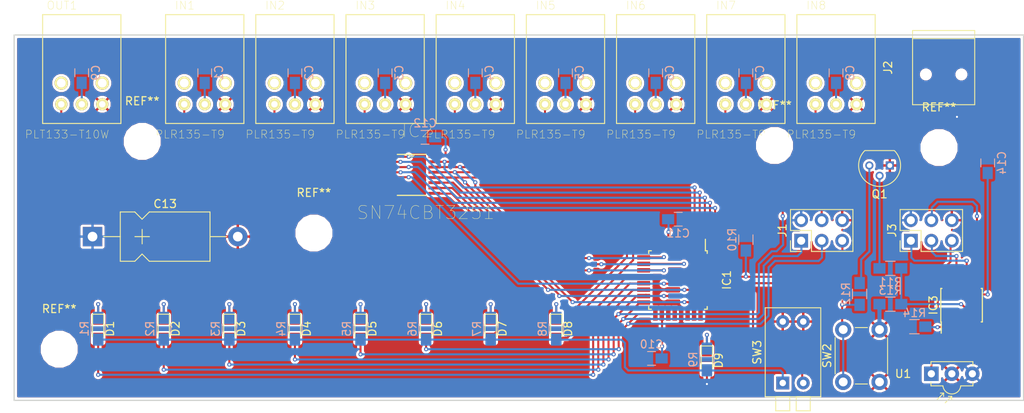
<source format=kicad_pcb>
(kicad_pcb (version 4) (host pcbnew 4.0.6)
  (layers (0 F.Cu signal) (31 B.Cu signal) (34 B.Paste user hide) (35 F.Paste user hide) (36 B.SilkS user) (37 F.SilkS user) (38 B.Mask user) (39 F.Mask user) (44 Edge.Cuts user))
  (net 0 "")
  (net 1 IN4)
  (net 2 IN5)
  (net 3 GND)
  (net 4 "Net-(C11-Pad1)")
  (net 5 LED7)
  (net 6 LED8)
  (net 7 IN6)
  (net 8 IN7)
  (net 9 IN8)
  (net 10 LED1)
  (net 11 LED2)
  (net 12 LED3)
  (net 13 LED4)
  (net 14 LED5)
  (net 15 LED6)
  (net 16 "Net-(C10-Pad1)")
  (net 17 "Net-(IC1-Pad19)")
  (net 18 "Net-(IC1-Pad20)")
  (net 19 "Net-(IC1-Pad22)")
  (net 20 S0)
  (net 21 S1)
  (net 22 S2)
  (net 23 /OE)
  (net 24 DIP1)
  (net 25 TACT)
  (net 26 "Net-(IC1-Pad29)")
  (net 27 IN1)
  (net 28 IN2)
  (net 29 IN3)
  (net 30 OUT)
  (net 31 "Net-(IC2-Pad6)")
  (net 32 "Net-(C12-Pad1)")
  (net 33 "Net-(C1-Pad1)")
  (net 34 "Net-(C2-Pad1)")
  (net 35 "Net-(C3-Pad1)")
  (net 36 "Net-(C4-Pad1)")
  (net 37 "Net-(C5-Pad1)")
  (net 38 "Net-(C6-Pad1)")
  (net 39 "Net-(C7-Pad1)")
  (net 40 "Net-(C8-Pad1)")
  (net 41 "Net-(C9-Pad1)")
  (net 42 VCC)
  (net 43 "Net-(D1-Pad1)")
  (net 44 "Net-(D2-Pad1)")
  (net 45 "Net-(D3-Pad1)")
  (net 46 "Net-(D4-Pad1)")
  (net 47 "Net-(D5-Pad1)")
  (net 48 "Net-(D6-Pad1)")
  (net 49 "Net-(D7-Pad1)")
  (net 50 "Net-(D8-Pad1)")
  (net 51 "Net-(D9-Pad1)")
  (net 52 "Net-(J2-Pad2)")
  (net 53 "Net-(J2-Pad3)")
  (net 54 "Net-(J2-Pad4)")
  (net 55 DIP2)
  (net 56 "Net-(C14-Pad1)")
  (net 57 "Net-(IC3-Pad1)")
  (net 58 IR)
  (net 59 IRSWSIG)
  (net 60 "Net-(IC3-Pad5)")
  (net 61 "Net-(IC3-Pad6)")
  (net 62 "Net-(IC3-Pad7)")
  (net 63 "Net-(Q1-Pad2)")
  (net 64 "Net-(Q1-Pad3)")
  (module Housings_QFP:TQFP-32_7x7mm_Pitch0.8mm (layer F.Cu) (at 142.97 99.36 270)
    (fp_text reference IC1 (at 0 -6.05 270) (layer F.SilkS))
    (fp_text value ATMEGA48A-AU)
    (pad 1 smd rect (at -4.25 -2.8 270) (size 1.6 0.55) (layers F.Cu F.Paste F.Mask) (net 1 IN4))
    (pad 2 smd rect (at -4.25 -2 270) (size 1.6 0.55) (layers F.Cu F.Paste F.Mask) (net 2 IN5))
    (pad 3 smd rect (at -4.25 -1.2 270) (size 1.6 0.55) (layers F.Cu F.Paste F.Mask) (net 3 GND))
    (pad 4 smd rect (at -4.25 -0.4 270) (size 1.6 0.55) (layers F.Cu F.Paste F.Mask) (net 4 "Net-(C11-Pad1)"))
    (pad 5 smd rect (at -4.25 0.4 270) (size 1.6 0.55) (layers F.Cu F.Paste F.Mask) (net 3 GND))
    (pad 6 smd rect (at -4.25 1.2 270) (size 1.6 0.55) (layers F.Cu F.Paste F.Mask) (net 4 "Net-(C11-Pad1)"))
    (pad 7 smd rect (at -4.25 2 270) (size 1.6 0.55) (layers F.Cu F.Paste F.Mask) (net 5 LED7))
    (pad 8 smd rect (at -4.25 2.8 270) (size 1.6 0.55) (layers F.Cu F.Paste F.Mask) (net 6 LED8))
    (pad 9 smd rect (at -2.8 4.25) (size 1.6 0.55) (layers F.Cu F.Paste F.Mask) (net 7 IN6))
    (pad 10 smd rect (at -2 4.25) (size 1.6 0.55) (layers F.Cu F.Paste F.Mask) (net 8 IN7))
    (pad 11 smd rect (at -1.2 4.25) (size 1.6 0.55) (layers F.Cu F.Paste F.Mask) (net 9 IN8))
    (pad 12 smd rect (at -0.4 4.25) (size 1.6 0.55) (layers F.Cu F.Paste F.Mask) (net 10 LED1))
    (pad 13 smd rect (at 0.4 4.25) (size 1.6 0.55) (layers F.Cu F.Paste F.Mask) (net 11 LED2))
    (pad 14 smd rect (at 1.2 4.25) (size 1.6 0.55) (layers F.Cu F.Paste F.Mask) (net 12 LED3))
    (pad 15 smd rect (at 2 4.25) (size 1.6 0.55) (layers F.Cu F.Paste F.Mask) (net 13 LED4))
    (pad 16 smd rect (at 2.8 4.25) (size 1.6 0.55) (layers F.Cu F.Paste F.Mask) (net 14 LED5))
    (pad 17 smd rect (at 4.25 2.8 270) (size 1.6 0.55) (layers F.Cu F.Paste F.Mask) (net 15 LED6))
    (pad 18 smd rect (at 4.25 2 270) (size 1.6 0.55) (layers F.Cu F.Paste F.Mask) (net 16 "Net-(C10-Pad1)"))
    (pad 19 smd rect (at 4.25 1.2 270) (size 1.6 0.55) (layers F.Cu F.Paste F.Mask) (net 17 "Net-(IC1-Pad19)"))
    (pad 20 smd rect (at 4.25 0.4 270) (size 1.6 0.55) (layers F.Cu F.Paste F.Mask) (net 18 "Net-(IC1-Pad20)"))
    (pad 21 smd rect (at 4.25 -0.4 270) (size 1.6 0.55) (layers F.Cu F.Paste F.Mask) (net 3 GND))
    (pad 22 smd rect (at 4.25 -1.2 270) (size 1.6 0.55) (layers F.Cu F.Paste F.Mask) (net 19 "Net-(IC1-Pad22)"))
    (pad 23 smd rect (at 4.25 -2 270) (size 1.6 0.55) (layers F.Cu F.Paste F.Mask) (net 20 S0))
    (pad 24 smd rect (at 4.25 -2.8 270) (size 1.6 0.55) (layers F.Cu F.Paste F.Mask) (net 21 S1))
    (pad 25 smd rect (at 2.8 -4.25) (size 1.6 0.55) (layers F.Cu F.Paste F.Mask) (net 22 S2))
    (pad 26 smd rect (at 2 -4.25) (size 1.6 0.55) (layers F.Cu F.Paste F.Mask) (net 23 /OE))
    (pad 27 smd rect (at 1.2 -4.25) (size 1.6 0.55) (layers F.Cu F.Paste F.Mask) (net 55 DIP2))
    (pad 28 smd rect (at 0.4 -4.25) (size 1.6 0.55) (layers F.Cu F.Paste F.Mask) (net 25 TACT))
    (pad 29 smd rect (at -0.4 -4.25) (size 1.6 0.55) (layers F.Cu F.Paste F.Mask) (net 26 "Net-(IC1-Pad29)"))
    (pad 30 smd rect (at -1.2 -4.25) (size 1.6 0.55) (layers F.Cu F.Paste F.Mask) (net 27 IN1))
    (pad 31 smd rect (at -2 -4.25) (size 1.6 0.55) (layers F.Cu F.Paste F.Mask) (net 28 IN2))
    (pad 32 smd rect (at -2.8 -4.25) (size 1.6 0.55) (layers F.Cu F.Paste F.Mask) (net 29 IN3))
  )
  (module SOP65P640X120-16N:SOP65P640X120-16N (layer F.Cu) (at 109.97 86.32)
    (fp_text reference IC2 (at 0.7112 -5.4864) (layer F.SilkS) (effects (font (size 1.64 1.64) (thickness 0.05))))
    (fp_text value SN74CBT3251 (at 1.7526 4.6736) (layer F.SilkS) (effects (font (size 1.64 1.64) (thickness 0.05))))
    (pad 1 smd rect (at -2.8194 -2.286) (size 1.4732 0.3556) (layers F.Cu F.Paste F.Mask) (net 1 IN4))
    (pad 2 smd rect (at -2.8194 -1.6256) (size 1.4732 0.3556) (layers F.Cu F.Paste F.Mask) (net 29 IN3))
    (pad 3 smd rect (at -2.8194 -0.9652) (size 1.4732 0.3556) (layers F.Cu F.Paste F.Mask) (net 28 IN2))
    (pad 4 smd rect (at -2.8194 -0.3302) (size 1.4732 0.3556) (layers F.Cu F.Paste F.Mask) (net 27 IN1))
    (pad 5 smd rect (at -2.8194 0.3302) (size 1.4732 0.3556) (layers F.Cu F.Paste F.Mask) (net 30 OUT))
    (pad 6 smd rect (at -2.8194 0.9652) (size 1.4732 0.3556) (layers F.Cu F.Paste F.Mask) (net 31 "Net-(IC2-Pad6)"))
    (pad 7 smd rect (at -2.8194 1.6256) (size 1.4732 0.3556) (layers F.Cu F.Paste F.Mask) (net 23 /OE))
    (pad 8 smd rect (at -2.8194 2.286) (size 1.4732 0.3556) (layers F.Cu F.Paste F.Mask) (net 3 GND))
    (pad 9 smd rect (at 2.8194 2.286) (size 1.4732 0.3556) (layers F.Cu F.Paste F.Mask) (net 22 S2))
    (pad 10 smd rect (at 2.8194 1.6256) (size 1.4732 0.3556) (layers F.Cu F.Paste F.Mask) (net 21 S1))
    (pad 11 smd rect (at 2.8194 0.9652) (size 1.4732 0.3556) (layers F.Cu F.Paste F.Mask) (net 20 S0))
    (pad 12 smd rect (at 2.8194 0.3302) (size 1.4732 0.3556) (layers F.Cu F.Paste F.Mask) (net 9 IN8))
    (pad 13 smd rect (at 2.8194 -0.3302) (size 1.4732 0.3556) (layers F.Cu F.Paste F.Mask) (net 8 IN7))
    (pad 14 smd rect (at 2.8194 -0.9652) (size 1.4732 0.3556) (layers F.Cu F.Paste F.Mask) (net 7 IN6))
    (pad 15 smd rect (at 2.8194 -1.6256) (size 1.4732 0.3556) (layers F.Cu F.Paste F.Mask) (net 2 IN5))
    (pad 16 smd rect (at 2.8194 -2.286) (size 1.4732 0.3556) (layers F.Cu F.Paste F.Mask) (net 32 "Net-(C12-Pad1)"))
  )
  (module Capacitors_SMD:C_0805_HandSoldering (layer B.Cu) (at 84.328 73.66 90)
    (fp_text reference C1 (at 0 1.75 90) (layer B.SilkS) (effects (justify mirror)))
    (fp_text value 100n)
    (pad 1 smd rect (at -1.25 0 90) (size 1.5 1.25) (layers B.Cu B.Paste B.Mask) (net 33 "Net-(C1-Pad1)"))
    (pad 2 smd rect (at 1.25 0 90) (size 1.5 1.25) (layers B.Cu B.Paste B.Mask) (net 42 VCC))
  )
  (module Capacitors_SMD:C_0805_HandSoldering (layer B.Cu) (at 95.504 73.66 90)
    (fp_text reference C2 (at 0 1.75 90) (layer B.SilkS) (effects (justify mirror)))
    (fp_text value 100n)
    (pad 1 smd rect (at -1.25 0 90) (size 1.5 1.25) (layers B.Cu B.Paste B.Mask) (net 34 "Net-(C2-Pad1)"))
    (pad 2 smd rect (at 1.25 0 90) (size 1.5 1.25) (layers B.Cu B.Paste B.Mask) (net 42 VCC))
  )
  (module Capacitors_SMD:C_0805_HandSoldering (layer B.Cu) (at 106.68 73.66 90)
    (fp_text reference C3 (at 0 1.75 90) (layer B.SilkS) (effects (justify mirror)))
    (fp_text value 100n)
    (pad 1 smd rect (at -1.25 0 90) (size 1.5 1.25) (layers B.Cu B.Paste B.Mask) (net 35 "Net-(C3-Pad1)"))
    (pad 2 smd rect (at 1.25 0 90) (size 1.5 1.25) (layers B.Cu B.Paste B.Mask) (net 42 VCC))
  )
  (module Capacitors_SMD:C_0805_HandSoldering (layer B.Cu) (at 117.856 73.66 90)
    (fp_text reference C4 (at 0 1.75 90) (layer B.SilkS) (effects (justify mirror)))
    (fp_text value 100n)
    (pad 1 smd rect (at -1.25 0 90) (size 1.5 1.25) (layers B.Cu B.Paste B.Mask) (net 36 "Net-(C4-Pad1)"))
    (pad 2 smd rect (at 1.25 0 90) (size 1.5 1.25) (layers B.Cu B.Paste B.Mask) (net 42 VCC))
  )
  (module Capacitors_SMD:C_0805_HandSoldering (layer B.Cu) (at 129.032 73.66 90)
    (fp_text reference C5 (at 0 1.75 90) (layer B.SilkS) (effects (justify mirror)))
    (fp_text value 100n)
    (pad 1 smd rect (at -1.25 0 90) (size 1.5 1.25) (layers B.Cu B.Paste B.Mask) (net 37 "Net-(C5-Pad1)"))
    (pad 2 smd rect (at 1.25 0 90) (size 1.5 1.25) (layers B.Cu B.Paste B.Mask) (net 42 VCC))
  )
  (module Capacitors_SMD:C_0805_HandSoldering (layer B.Cu) (at 140.208 73.66 90)
    (fp_text reference C6 (at 0 1.75 90) (layer B.SilkS) (effects (justify mirror)))
    (fp_text value 100n)
    (pad 1 smd rect (at -1.25 0 90) (size 1.5 1.25) (layers B.Cu B.Paste B.Mask) (net 38 "Net-(C6-Pad1)"))
    (pad 2 smd rect (at 1.25 0 90) (size 1.5 1.25) (layers B.Cu B.Paste B.Mask) (net 42 VCC))
  )
  (module Capacitors_SMD:C_0805_HandSoldering (layer B.Cu) (at 151.384 73.66 90)
    (fp_text reference C7 (at 0 1.75 90) (layer B.SilkS) (effects (justify mirror)))
    (fp_text value 100n)
    (pad 1 smd rect (at -1.25 0 90) (size 1.5 1.25) (layers B.Cu B.Paste B.Mask) (net 39 "Net-(C7-Pad1)"))
    (pad 2 smd rect (at 1.25 0 90) (size 1.5 1.25) (layers B.Cu B.Paste B.Mask) (net 42 VCC))
  )
  (module Capacitors_SMD:C_0805_HandSoldering (layer B.Cu) (at 162.56 73.66 90)
    (fp_text reference C8 (at 0 1.75 90) (layer B.SilkS) (effects (justify mirror)))
    (fp_text value 100n)
    (pad 1 smd rect (at -1.25 0 90) (size 1.5 1.25) (layers B.Cu B.Paste B.Mask) (net 40 "Net-(C8-Pad1)"))
    (pad 2 smd rect (at 1.25 0 90) (size 1.5 1.25) (layers B.Cu B.Paste B.Mask) (net 42 VCC))
  )
  (module Capacitors_SMD:C_0805_HandSoldering (layer B.Cu) (at 69.078 73.65 90)
    (fp_text reference C9 (at 0 1.75 90) (layer B.SilkS) (effects (justify mirror)))
    (fp_text value 100n)
    (pad 1 smd rect (at -1.25 0 90) (size 1.5 1.25) (layers B.Cu B.Paste B.Mask) (net 41 "Net-(C9-Pad1)"))
    (pad 2 smd rect (at 1.25 0 90) (size 1.5 1.25) (layers B.Cu B.Paste B.Mask) (net 42 VCC))
  )
  (module Capacitors_SMD:C_0805_HandSoldering (layer B.Cu) (at 139.7 109.093 180)
    (fp_text reference C10 (at 0 1.75 180) (layer B.SilkS) (effects (justify mirror)))
    (fp_text value 100n)
    (pad 1 smd rect (at -1.25 0 180) (size 1.5 1.25) (layers B.Cu B.Paste B.Mask) (net 16 "Net-(C10-Pad1)"))
    (pad 2 smd rect (at 1.25 0 180) (size 1.5 1.25) (layers B.Cu B.Paste B.Mask) (net 42 VCC))
  )
  (module Capacitors_SMD:C_0805_HandSoldering (layer B.Cu) (at 143.002 91.821)
    (fp_text reference C11 (at 0 1.75) (layer B.SilkS) (effects (justify mirror)))
    (fp_text value 100n)
    (pad 1 smd rect (at -1.25 0) (size 1.5 1.25) (layers B.Cu B.Paste B.Mask) (net 4 "Net-(C11-Pad1)"))
    (pad 2 smd rect (at 1.25 0) (size 1.5 1.25) (layers B.Cu B.Paste B.Mask) (net 42 VCC))
  )
  (module Capacitors_SMD:C_0805_HandSoldering (layer B.Cu) (at 111.633 81.661 180)
    (fp_text reference C12 (at 0 1.75 180) (layer B.SilkS) (effects (justify mirror)))
    (fp_text value n100)
    (pad 1 smd rect (at -1.25 0 180) (size 1.5 1.25) (layers B.Cu B.Paste B.Mask) (net 32 "Net-(C12-Pad1)"))
    (pad 2 smd rect (at 1.25 0 180) (size 1.5 1.25) (layers B.Cu B.Paste B.Mask) (net 42 VCC))
  )
  (module Capacitors_THT:CP_Axial_L11.0mm_D6.0mm_P18.00mm_Horizontal (layer F.Cu) (at 70.4215 93.98)
    (fp_text reference C13 (at 9 -4.06) (layer F.SilkS))
    (fp_text value 100u)
    (pad 1 thru_hole rect (at 0 0) (size 2.4 2.4) (drill 1.2) (layers *.Cu *.Mask) (net 42 VCC))
    (pad 2 thru_hole oval (at 18 0) (size 2.4 2.4) (drill 1.2) (layers *.Cu *.Mask) (net 3 GND))
  )
  (module LEDs:LED_0805 (layer F.Cu) (at 71.12 105.41 270)
    (fp_text reference D1 (at 0 -1.45 270) (layer F.SilkS))
    (fp_text value LED)
    (pad 2 smd rect (at 1.1 0 90) (size 1.2 1.2) (layers F.Cu F.Paste F.Mask) (net 10 LED1))
    (pad 1 smd rect (at -1.1 0 90) (size 1.2 1.2) (layers F.Cu F.Paste F.Mask) (net 43 "Net-(D1-Pad1)"))
  )
  (module LEDs:LED_0805 (layer F.Cu) (at 79.248 105.41 270)
    (fp_text reference D2 (at 0 -1.45 270) (layer F.SilkS))
    (fp_text value LED)
    (pad 2 smd rect (at 1.1 0 90) (size 1.2 1.2) (layers F.Cu F.Paste F.Mask) (net 11 LED2))
    (pad 1 smd rect (at -1.1 0 90) (size 1.2 1.2) (layers F.Cu F.Paste F.Mask) (net 44 "Net-(D2-Pad1)"))
  )
  (module LEDs:LED_0805 (layer F.Cu) (at 87.376 105.41 270)
    (fp_text reference D3 (at 0 -1.45 270) (layer F.SilkS))
    (fp_text value LED)
    (pad 2 smd rect (at 1.1 0 90) (size 1.2 1.2) (layers F.Cu F.Paste F.Mask) (net 12 LED3))
    (pad 1 smd rect (at -1.1 0 90) (size 1.2 1.2) (layers F.Cu F.Paste F.Mask) (net 45 "Net-(D3-Pad1)"))
  )
  (module LEDs:LED_0805 (layer F.Cu) (at 95.504 105.41 270)
    (fp_text reference D4 (at 0 -1.45 270) (layer F.SilkS))
    (fp_text value LED)
    (pad 2 smd rect (at 1.1 0 90) (size 1.2 1.2) (layers F.Cu F.Paste F.Mask) (net 13 LED4))
    (pad 1 smd rect (at -1.1 0 90) (size 1.2 1.2) (layers F.Cu F.Paste F.Mask) (net 46 "Net-(D4-Pad1)"))
  )
  (module LEDs:LED_0805 (layer F.Cu) (at 103.632 105.41 270)
    (fp_text reference D5 (at 0 -1.45 270) (layer F.SilkS))
    (fp_text value LED)
    (pad 2 smd rect (at 1.1 0 90) (size 1.2 1.2) (layers F.Cu F.Paste F.Mask) (net 14 LED5))
    (pad 1 smd rect (at -1.1 0 90) (size 1.2 1.2) (layers F.Cu F.Paste F.Mask) (net 47 "Net-(D5-Pad1)"))
  )
  (module LEDs:LED_0805 (layer F.Cu) (at 111.76 105.41 270)
    (fp_text reference D6 (at 0 -1.45 270) (layer F.SilkS))
    (fp_text value LED)
    (pad 2 smd rect (at 1.1 0 90) (size 1.2 1.2) (layers F.Cu F.Paste F.Mask) (net 15 LED6))
    (pad 1 smd rect (at -1.1 0 90) (size 1.2 1.2) (layers F.Cu F.Paste F.Mask) (net 48 "Net-(D6-Pad1)"))
  )
  (module LEDs:LED_0805 (layer F.Cu) (at 119.761 105.41 270)
    (fp_text reference D7 (at 0 -1.45 270) (layer F.SilkS))
    (fp_text value LED)
    (pad 2 smd rect (at 1.1 0 90) (size 1.2 1.2) (layers F.Cu F.Paste F.Mask) (net 5 LED7))
    (pad 1 smd rect (at -1.1 0 90) (size 1.2 1.2) (layers F.Cu F.Paste F.Mask) (net 49 "Net-(D7-Pad1)"))
  )
  (module LEDs:LED_0805 (layer F.Cu) (at 127.889 105.41 270)
    (fp_text reference D8 (at 0 -1.45 270) (layer F.SilkS))
    (fp_text value LED)
    (pad 2 smd rect (at 1.1 0 90) (size 1.2 1.2) (layers F.Cu F.Paste F.Mask) (net 6 LED8))
    (pad 1 smd rect (at -1.1 0 90) (size 1.2 1.2) (layers F.Cu F.Paste F.Mask) (net 50 "Net-(D8-Pad1)"))
  )
  (module LEDs:LED_0805 (layer F.Cu) (at 146.558 109.347 270)
    (fp_text reference D9 (at 0 -1.45 270) (layer F.SilkS))
    (fp_text value LED)
    (pad 2 smd rect (at 1.1 0 90) (size 1.2 1.2) (layers F.Cu F.Paste F.Mask) (net 42 VCC))
    (pad 1 smd rect (at -1.1 0 90) (size 1.2 1.2) (layers F.Cu F.Paste F.Mask) (net 51 "Net-(D9-Pad1)"))
  )
  (module Pin_Headers:Pin_Header_Straight_2x03_Pitch2.54mm (layer F.Cu) (at 158.242 94.488 90)
    (fp_text reference J1 (at 1.27 -2.33 90) (layer F.SilkS))
    (fp_text value CONN_02X03)
    (pad 1 thru_hole rect (at 0 0 90) (size 1.7 1.7) (drill 1) (layers *.Cu *.Mask) (net 14 LED5))
    (pad 2 thru_hole oval (at 2.54 0 90) (size 1.7 1.7) (drill 1) (layers *.Cu *.Mask) (net 42 VCC))
    (pad 3 thru_hole oval (at 0 2.54 90) (size 1.7 1.7) (drill 1) (layers *.Cu *.Mask) (net 15 LED6))
    (pad 4 thru_hole oval (at 2.54 2.54 90) (size 1.7 1.7) (drill 1) (layers *.Cu *.Mask) (net 13 LED4))
    (pad 5 thru_hole oval (at 0 5.08 90) (size 1.7 1.7) (drill 1) (layers *.Cu *.Mask) (net 26 "Net-(IC1-Pad29)"))
    (pad 6 thru_hole oval (at 2.54 5.08 90) (size 1.7 1.7) (drill 1) (layers *.Cu *.Mask) (net 3 GND))
  )
  (module Connectors:USB_Mini-B (layer F.Cu) (at 175.895 73.66 270)
    (fp_text reference J2 (at -0.65 6.9 270) (layer F.SilkS))
    (fp_text value USB_OTG)
    (pad 1 smd rect (at 2.8 -1.6 270) (size 2.3 0.5) (layers F.Cu F.Paste F.Mask) (net 42 VCC))
    (pad 2 smd rect (at 2.8 -0.8 270) (size 2.3 0.5) (layers F.Cu F.Paste F.Mask) (net 52 "Net-(J2-Pad2)"))
    (pad 3 smd rect (at 2.8 0 270) (size 2.3 0.5) (layers F.Cu F.Paste F.Mask) (net 53 "Net-(J2-Pad3)"))
    (pad 4 smd rect (at 2.8 0.8 270) (size 2.3 0.5) (layers F.Cu F.Paste F.Mask) (net 54 "Net-(J2-Pad4)"))
    (pad 5 smd rect (at 2.8 1.6 270) (size 2.3 0.5) (layers F.Cu F.Paste F.Mask) (net 3 GND))
    (pad 6 smd rect (at 2.7 -4.45 270) (size 2.5 2) (layers F.Cu F.Paste F.Mask) (net 3 GND))
    (pad 6 smd rect (at -2.8 -4.45 270) (size 2.5 2) (layers F.Cu F.Paste F.Mask) (net 3 GND))
    (pad 6 smd rect (at 2.7 4.45 270) (size 2.5 2) (layers F.Cu F.Paste F.Mask) (net 3 GND))
    (pad 6 smd rect (at -2.8 4.45 270) (size 2.5 2) (layers F.Cu F.Paste F.Mask) (net 3 GND))
    (pad "" np_thru_hole circle (at 0.2 -2.2 270) (size 0.9 0.9) (drill 0.9) (layers *.Cu *.Mask))
    (pad "" np_thru_hole circle (at 0.2 2.2 270) (size 0.9 0.9) (drill 0.9) (layers *.Cu *.Mask))
  )
  (module Resistors_SMD:R_0805_HandSoldering (layer B.Cu) (at 71.12 105.41 270)
    (fp_text reference R1 (at 0 1.7 270) (layer B.SilkS) (effects (justify mirror)))
    (fp_text value 330)
    (pad 1 smd rect (at -1.35 0 270) (size 1.5 1.3) (layers B.Cu B.Paste B.Mask) (net 43 "Net-(D1-Pad1)"))
    (pad 2 smd rect (at 1.35 0 270) (size 1.5 1.3) (layers B.Cu B.Paste B.Mask) (net 24 DIP1))
  )
  (module Resistors_SMD:R_0805_HandSoldering (layer B.Cu) (at 79.248 105.41 270)
    (fp_text reference R2 (at 0 1.7 270) (layer B.SilkS) (effects (justify mirror)))
    (fp_text value 330)
    (pad 1 smd rect (at -1.35 0 270) (size 1.5 1.3) (layers B.Cu B.Paste B.Mask) (net 44 "Net-(D2-Pad1)"))
    (pad 2 smd rect (at 1.35 0 270) (size 1.5 1.3) (layers B.Cu B.Paste B.Mask) (net 24 DIP1))
  )
  (module Resistors_SMD:R_0805_HandSoldering (layer B.Cu) (at 87.376 105.41 270)
    (fp_text reference R3 (at 0 1.7 270) (layer B.SilkS) (effects (justify mirror)))
    (fp_text value 330)
    (pad 1 smd rect (at -1.35 0 270) (size 1.5 1.3) (layers B.Cu B.Paste B.Mask) (net 45 "Net-(D3-Pad1)"))
    (pad 2 smd rect (at 1.35 0 270) (size 1.5 1.3) (layers B.Cu B.Paste B.Mask) (net 24 DIP1))
  )
  (module Resistors_SMD:R_0805_HandSoldering (layer B.Cu) (at 95.504 105.41 270)
    (fp_text reference R4 (at 0 1.7 270) (layer B.SilkS) (effects (justify mirror)))
    (fp_text value 330)
    (pad 1 smd rect (at -1.35 0 270) (size 1.5 1.3) (layers B.Cu B.Paste B.Mask) (net 46 "Net-(D4-Pad1)"))
    (pad 2 smd rect (at 1.35 0 270) (size 1.5 1.3) (layers B.Cu B.Paste B.Mask) (net 24 DIP1))
  )
  (module Resistors_SMD:R_0805_HandSoldering (layer B.Cu) (at 103.632 105.41 270)
    (fp_text reference R5 (at 0 1.7 270) (layer B.SilkS) (effects (justify mirror)))
    (fp_text value 330)
    (pad 1 smd rect (at -1.35 0 270) (size 1.5 1.3) (layers B.Cu B.Paste B.Mask) (net 47 "Net-(D5-Pad1)"))
    (pad 2 smd rect (at 1.35 0 270) (size 1.5 1.3) (layers B.Cu B.Paste B.Mask) (net 24 DIP1))
  )
  (module Resistors_SMD:R_0805_HandSoldering (layer B.Cu) (at 111.76 105.41 270)
    (fp_text reference R6 (at 0 1.7 270) (layer B.SilkS) (effects (justify mirror)))
    (fp_text value 330)
    (pad 1 smd rect (at -1.35 0 270) (size 1.5 1.3) (layers B.Cu B.Paste B.Mask) (net 48 "Net-(D6-Pad1)"))
    (pad 2 smd rect (at 1.35 0 270) (size 1.5 1.3) (layers B.Cu B.Paste B.Mask) (net 24 DIP1))
  )
  (module Resistors_SMD:R_0805_HandSoldering (layer B.Cu) (at 119.761 105.41 270)
    (fp_text reference R7 (at 0 1.7 270) (layer B.SilkS) (effects (justify mirror)))
    (fp_text value 330)
    (pad 1 smd rect (at -1.35 0 270) (size 1.5 1.3) (layers B.Cu B.Paste B.Mask) (net 49 "Net-(D7-Pad1)"))
    (pad 2 smd rect (at 1.35 0 270) (size 1.5 1.3) (layers B.Cu B.Paste B.Mask) (net 24 DIP1))
  )
  (module Resistors_SMD:R_0805_HandSoldering (layer B.Cu) (at 127.889 105.41 270)
    (fp_text reference R8 (at 0 1.7 270) (layer B.SilkS) (effects (justify mirror)))
    (fp_text value 330)
    (pad 1 smd rect (at -1.35 0 270) (size 1.5 1.3) (layers B.Cu B.Paste B.Mask) (net 50 "Net-(D8-Pad1)"))
    (pad 2 smd rect (at 1.35 0 270) (size 1.5 1.3) (layers B.Cu B.Paste B.Mask) (net 24 DIP1))
  )
  (module Resistors_SMD:R_0805_HandSoldering (layer B.Cu) (at 146.558 109.22 270)
    (fp_text reference R9 (at 0 1.7 270) (layer B.SilkS) (effects (justify mirror)))
    (fp_text value 330)
    (pad 1 smd rect (at -1.35 0 270) (size 1.5 1.3) (layers B.Cu B.Paste B.Mask) (net 51 "Net-(D9-Pad1)"))
    (pad 2 smd rect (at 1.35 0 270) (size 1.5 1.3) (layers B.Cu B.Paste B.Mask) (net 24 DIP1))
  )
  (module Resistors_SMD:R_0805_HandSoldering (layer B.Cu) (at 151.384 94.361 270)
    (fp_text reference R10 (at 0 1.7 270) (layer B.SilkS) (effects (justify mirror)))
    (fp_text value 10k)
    (pad 1 smd rect (at -1.35 0 270) (size 1.5 1.3) (layers B.Cu B.Paste B.Mask) (net 42 VCC))
    (pad 2 smd rect (at 1.35 0 270) (size 1.5 1.3) (layers B.Cu B.Paste B.Mask) (net 26 "Net-(IC1-Pad29)"))
  )
  (module Buttons_Switches_THT:SW_PUSH_6mm_h4.3mm (layer F.Cu) (at 163.449 112.014 90)
    (fp_text reference SW2 (at 3.25 -2 90) (layer F.SilkS))
    (fp_text value INPUT_CYCL_SW)
    (pad 2 thru_hole circle (at 0 4.5 180) (size 2 2) (drill 1.1) (layers *.Cu *.Mask) (net 3 GND))
    (pad 1 thru_hole circle (at 0 0 180) (size 2 2) (drill 1.1) (layers *.Cu *.Mask) (net 25 TACT))
    (pad 2 thru_hole circle (at 6.5 4.5 180) (size 2 2) (drill 1.1) (layers *.Cu *.Mask) (net 3 GND))
    (pad 1 thru_hole circle (at 6.5 0 180) (size 2 2) (drill 1.1) (layers *.Cu *.Mask) (net 25 TACT))
  )
  (module Buttons_Switches_THT:SW_DIP_x2_W7.62mm_Piano (layer F.Cu) (at 155.956 112.141 90)
    (fp_text reference SW3 (at 3.81 -3.17 90) (layer F.SilkS))
    (fp_text value SW_DIP_x02)
    (pad 1 thru_hole rect (at 0 0 90) (size 1.6 1.6) (drill 0.8) (layers *.Cu *.Mask) (net 24 DIP1))
    (pad 3 thru_hole oval (at 7.62 2.54 90) (size 1.6 1.6) (drill 0.8) (layers *.Cu *.Mask) (net 3 GND))
    (pad 2 thru_hole oval (at 0 2.54 90) (size 1.6 1.6) (drill 0.8) (layers *.Cu *.Mask) (net 55 DIP2))
    (pad 4 thru_hole oval (at 7.62 0 90) (size 1.6 1.6) (drill 0.8) (layers *.Cu *.Mask) (net 3 GND))
  )
  (module customlib:PLT133-T10W (layer F.Cu) (at 84.328 74.93)
    (fp_text reference IN1 (at -2.46 -9.635) (layer F.SilkS) (effects (font (thickness 0.05))))
    (fp_text value PLR135-T9 (at -1.825 6.365) (layer F.SilkS) (effects (font (thickness 0.05))))
    (pad 1 thru_hole circle (at 2.54 2.63) (size 1.5 1.5) (drill 0.8) (layers *.Cu *.Mask F.SilkS) (net 3 GND))
    (pad 2 thru_hole circle (at 0 2.63) (size 1.5 1.5) (drill 0.8) (layers *.Cu *.Mask F.SilkS) (net 33 "Net-(C1-Pad1)"))
    (pad 3 thru_hole circle (at -2.54 2.63) (size 1.5 1.5) (drill 0.8) (layers *.Cu *.Mask F.SilkS) (net 27 IN1))
    (pad NC2 thru_hole circle (at -2.54 0) (size 1.65 1.65) (drill 1.1) (layers *.Cu *.Mask F.SilkS))
    (pad NC1 thru_hole circle (at 2.54 0) (size 1.65 1.65) (drill 1.1) (layers *.Cu *.Mask F.SilkS))
  )
  (module customlib:PLT133-T10W (layer F.Cu) (at 95.504 74.93)
    (fp_text reference IN2 (at -2.46 -9.635) (layer F.SilkS) (effects (font (thickness 0.05))))
    (fp_text value PLR135-T9 (at -1.825 6.365) (layer F.SilkS) (effects (font (thickness 0.05))))
    (pad 1 thru_hole circle (at 2.54 2.63) (size 1.5 1.5) (drill 0.8) (layers *.Cu *.Mask F.SilkS) (net 3 GND))
    (pad 2 thru_hole circle (at 0 2.63) (size 1.5 1.5) (drill 0.8) (layers *.Cu *.Mask F.SilkS) (net 34 "Net-(C2-Pad1)"))
    (pad 3 thru_hole circle (at -2.54 2.63) (size 1.5 1.5) (drill 0.8) (layers *.Cu *.Mask F.SilkS) (net 28 IN2))
    (pad NC2 thru_hole circle (at -2.54 0) (size 1.65 1.65) (drill 1.1) (layers *.Cu *.Mask F.SilkS))
    (pad NC1 thru_hole circle (at 2.54 0) (size 1.65 1.65) (drill 1.1) (layers *.Cu *.Mask F.SilkS))
  )
  (module customlib:PLT133-T10W (layer F.Cu) (at 106.68 74.93)
    (fp_text reference IN3 (at -2.46 -9.635) (layer F.SilkS) (effects (font (thickness 0.05))))
    (fp_text value PLR135-T9 (at -1.825 6.365) (layer F.SilkS) (effects (font (thickness 0.05))))
    (pad 1 thru_hole circle (at 2.54 2.63) (size 1.5 1.5) (drill 0.8) (layers *.Cu *.Mask F.SilkS) (net 3 GND))
    (pad 2 thru_hole circle (at 0 2.63) (size 1.5 1.5) (drill 0.8) (layers *.Cu *.Mask F.SilkS) (net 35 "Net-(C3-Pad1)"))
    (pad 3 thru_hole circle (at -2.54 2.63) (size 1.5 1.5) (drill 0.8) (layers *.Cu *.Mask F.SilkS) (net 29 IN3))
    (pad NC2 thru_hole circle (at -2.54 0) (size 1.65 1.65) (drill 1.1) (layers *.Cu *.Mask F.SilkS))
    (pad NC1 thru_hole circle (at 2.54 0) (size 1.65 1.65) (drill 1.1) (layers *.Cu *.Mask F.SilkS))
  )
  (module customlib:PLT133-T10W (layer F.Cu) (at 117.856 74.93)
    (fp_text reference IN4 (at -2.46 -9.635) (layer F.SilkS) (effects (font (thickness 0.05))))
    (fp_text value PLR135-T9 (at -1.825 6.365) (layer F.SilkS) (effects (font (thickness 0.05))))
    (pad 1 thru_hole circle (at 2.54 2.63) (size 1.5 1.5) (drill 0.8) (layers *.Cu *.Mask F.SilkS) (net 3 GND))
    (pad 2 thru_hole circle (at 0 2.63) (size 1.5 1.5) (drill 0.8) (layers *.Cu *.Mask F.SilkS) (net 36 "Net-(C4-Pad1)"))
    (pad 3 thru_hole circle (at -2.54 2.63) (size 1.5 1.5) (drill 0.8) (layers *.Cu *.Mask F.SilkS) (net 1 IN4))
    (pad NC2 thru_hole circle (at -2.54 0) (size 1.65 1.65) (drill 1.1) (layers *.Cu *.Mask F.SilkS))
    (pad NC1 thru_hole circle (at 2.54 0) (size 1.65 1.65) (drill 1.1) (layers *.Cu *.Mask F.SilkS))
  )
  (module customlib:PLT133-T10W (layer F.Cu) (at 129.032 74.93)
    (fp_text reference IN5 (at -2.46 -9.635) (layer F.SilkS) (effects (font (thickness 0.05))))
    (fp_text value PLR135-T9 (at -1.825 6.365) (layer F.SilkS) (effects (font (thickness 0.05))))
    (pad 1 thru_hole circle (at 2.54 2.63) (size 1.5 1.5) (drill 0.8) (layers *.Cu *.Mask F.SilkS) (net 3 GND))
    (pad 2 thru_hole circle (at 0 2.63) (size 1.5 1.5) (drill 0.8) (layers *.Cu *.Mask F.SilkS) (net 37 "Net-(C5-Pad1)"))
    (pad 3 thru_hole circle (at -2.54 2.63) (size 1.5 1.5) (drill 0.8) (layers *.Cu *.Mask F.SilkS) (net 2 IN5))
    (pad NC2 thru_hole circle (at -2.54 0) (size 1.65 1.65) (drill 1.1) (layers *.Cu *.Mask F.SilkS))
    (pad NC1 thru_hole circle (at 2.54 0) (size 1.65 1.65) (drill 1.1) (layers *.Cu *.Mask F.SilkS))
  )
  (module customlib:PLT133-T10W (layer F.Cu) (at 140.208 74.93)
    (fp_text reference IN6 (at -2.46 -9.635) (layer F.SilkS) (effects (font (thickness 0.05))))
    (fp_text value PLR135-T9 (at -1.825 6.365) (layer F.SilkS) (effects (font (thickness 0.05))))
    (pad 1 thru_hole circle (at 2.54 2.63) (size 1.5 1.5) (drill 0.8) (layers *.Cu *.Mask F.SilkS) (net 3 GND))
    (pad 2 thru_hole circle (at 0 2.63) (size 1.5 1.5) (drill 0.8) (layers *.Cu *.Mask F.SilkS) (net 38 "Net-(C6-Pad1)"))
    (pad 3 thru_hole circle (at -2.54 2.63) (size 1.5 1.5) (drill 0.8) (layers *.Cu *.Mask F.SilkS) (net 7 IN6))
    (pad NC2 thru_hole circle (at -2.54 0) (size 1.65 1.65) (drill 1.1) (layers *.Cu *.Mask F.SilkS))
    (pad NC1 thru_hole circle (at 2.54 0) (size 1.65 1.65) (drill 1.1) (layers *.Cu *.Mask F.SilkS))
  )
  (module customlib:PLT133-T10W (layer F.Cu) (at 162.56 74.93)
    (fp_text reference IN8 (at -2.46 -9.635) (layer F.SilkS) (effects (font (thickness 0.05))))
    (fp_text value PLR135-T9 (at -1.825 6.365) (layer F.SilkS) (effects (font (thickness 0.05))))
    (pad 1 thru_hole circle (at 2.54 2.63) (size 1.5 1.5) (drill 0.8) (layers *.Cu *.Mask F.SilkS) (net 3 GND))
    (pad 2 thru_hole circle (at 0 2.63) (size 1.5 1.5) (drill 0.8) (layers *.Cu *.Mask F.SilkS) (net 40 "Net-(C8-Pad1)"))
    (pad 3 thru_hole circle (at -2.54 2.63) (size 1.5 1.5) (drill 0.8) (layers *.Cu *.Mask F.SilkS) (net 9 IN8))
    (pad NC2 thru_hole circle (at -2.54 0) (size 1.65 1.65) (drill 1.1) (layers *.Cu *.Mask F.SilkS))
    (pad NC1 thru_hole circle (at 2.54 0) (size 1.65 1.65) (drill 1.1) (layers *.Cu *.Mask F.SilkS))
  )
  (module customlib:PLT133-T10W (layer F.Cu) (at 69.088 74.93)
    (fp_text reference OUT1 (at -2.46 -9.635) (layer F.SilkS) (effects (font (thickness 0.05))))
    (fp_text value PLT133-T10W (at -1.825 6.365) (layer F.SilkS) (effects (font (thickness 0.05))))
    (pad 1 thru_hole circle (at 2.54 2.63) (size 1.5 1.5) (drill 0.8) (layers *.Cu *.Mask F.SilkS) (net 3 GND))
    (pad 2 thru_hole circle (at 0 2.63) (size 1.5 1.5) (drill 0.8) (layers *.Cu *.Mask F.SilkS) (net 41 "Net-(C9-Pad1)"))
    (pad 3 thru_hole circle (at -2.54 2.63) (size 1.5 1.5) (drill 0.8) (layers *.Cu *.Mask F.SilkS) (net 30 OUT))
    (pad NC2 thru_hole circle (at -2.54 0) (size 1.65 1.65) (drill 1.1) (layers *.Cu *.Mask F.SilkS))
    (pad NC1 thru_hole circle (at 2.54 0) (size 1.65 1.65) (drill 1.1) (layers *.Cu *.Mask F.SilkS))
  )
  (module customlib:PLT133-T10W (layer F.Cu) (at 151.384 74.93)
    (fp_text reference IN7 (at -2.46 -9.635) (layer F.SilkS) (effects (font (thickness 0.05))))
    (fp_text value PLR135-T9 (at -1.825 6.365) (layer F.SilkS) (effects (font (thickness 0.05))))
    (pad 1 thru_hole circle (at 2.54 2.63) (size 1.5 1.5) (drill 0.8) (layers *.Cu *.Mask F.SilkS) (net 3 GND))
    (pad 2 thru_hole circle (at 0 2.63) (size 1.5 1.5) (drill 0.8) (layers *.Cu *.Mask F.SilkS) (net 39 "Net-(C7-Pad1)"))
    (pad 3 thru_hole circle (at -2.54 2.63) (size 1.5 1.5) (drill 0.8) (layers *.Cu *.Mask F.SilkS) (net 8 IN7))
    (pad NC2 thru_hole circle (at -2.54 0) (size 1.65 1.65) (drill 1.1) (layers *.Cu *.Mask F.SilkS))
    (pad NC1 thru_hole circle (at 2.54 0) (size 1.65 1.65) (drill 1.1) (layers *.Cu *.Mask F.SilkS))
  )
  (module Capacitors_SMD:C_0805_HandSoldering (layer B.Cu) (at 181.356 84.836 90)
    (fp_text reference C14 (at 0 1.75 90) (layer B.SilkS) (effects (justify mirror)))
    (fp_text value 100n)
    (pad 1 smd rect (at -1.25 0 90) (size 1.5 1.25) (layers B.Cu B.Paste B.Mask) (net 56 "Net-(C14-Pad1)"))
    (pad 2 smd rect (at 1.25 0 90) (size 1.5 1.25) (layers B.Cu B.Paste B.Mask) (net 42 VCC))
  )
  (module Housings_SOIC:SOIC-8_3.9x4.9mm_Pitch1.27mm (layer F.Cu) (at 178.1175 102.489 90)
    (fp_text reference IC3 (at 0 -3.5 90) (layer F.SilkS))
    (fp_text value ATTINY85-20SU)
    (pad 1 smd rect (at -2.7 -1.905 90) (size 1.55 0.6) (layers F.Cu F.Paste F.Mask) (net 57 "Net-(IC3-Pad1)"))
    (pad 2 smd rect (at -2.7 -0.635 90) (size 1.55 0.6) (layers F.Cu F.Paste F.Mask) (net 58 IR))
    (pad 3 smd rect (at -2.7 0.635 90) (size 1.55 0.6) (layers F.Cu F.Paste F.Mask) (net 59 IRSWSIG))
    (pad 4 smd rect (at -2.7 1.905 90) (size 1.55 0.6) (layers F.Cu F.Paste F.Mask) (net 3 GND))
    (pad 5 smd rect (at 2.7 1.905 90) (size 1.55 0.6) (layers F.Cu F.Paste F.Mask) (net 60 "Net-(IC3-Pad5)"))
    (pad 6 smd rect (at 2.7 0.635 90) (size 1.55 0.6) (layers F.Cu F.Paste F.Mask) (net 61 "Net-(IC3-Pad6)"))
    (pad 7 smd rect (at 2.7 -0.635 90) (size 1.55 0.6) (layers F.Cu F.Paste F.Mask) (net 62 "Net-(IC3-Pad7)"))
    (pad 8 smd rect (at 2.7 -1.905 90) (size 1.55 0.6) (layers F.Cu F.Paste F.Mask) (net 56 "Net-(C14-Pad1)"))
  )
  (module Pin_Headers:Pin_Header_Straight_2x03_Pitch2.54mm (layer F.Cu) (at 171.831 94.488 90)
    (fp_text reference J3 (at 1.27 -2.33 90) (layer F.SilkS))
    (fp_text value CONN_02X03)
    (pad 1 thru_hole rect (at 0 0 90) (size 1.7 1.7) (drill 1) (layers *.Cu *.Mask) (net 61 "Net-(IC3-Pad6)"))
    (pad 2 thru_hole oval (at 2.54 0 90) (size 1.7 1.7) (drill 1) (layers *.Cu *.Mask) (net 42 VCC))
    (pad 3 thru_hole oval (at 0 2.54 90) (size 1.7 1.7) (drill 1) (layers *.Cu *.Mask) (net 62 "Net-(IC3-Pad7)"))
    (pad 4 thru_hole oval (at 2.54 2.54 90) (size 1.7 1.7) (drill 1) (layers *.Cu *.Mask) (net 60 "Net-(IC3-Pad5)"))
    (pad 5 thru_hole oval (at 0 5.08 90) (size 1.7 1.7) (drill 1) (layers *.Cu *.Mask) (net 57 "Net-(IC3-Pad1)"))
    (pad 6 thru_hole oval (at 2.54 5.08 90) (size 1.7 1.7) (drill 1) (layers *.Cu *.Mask) (net 3 GND))
  )
  (module TO_SOT_Packages_THT:TO-92_Molded_Narrow (layer F.Cu) (at 169.2275 85.1535 180)
    (fp_text reference Q1 (at 1.27 -3.56 180) (layer F.SilkS))
    (fp_text value PN2222A)
    (pad 2 thru_hole circle (at 1.27 -1.27 270) (size 1 1) (drill 0.6) (layers *.Cu *.Mask) (net 63 "Net-(Q1-Pad2)"))
    (pad 3 thru_hole circle (at 2.54 0 270) (size 1 1) (drill 0.6) (layers *.Cu *.Mask) (net 64 "Net-(Q1-Pad3)"))
    (pad 1 thru_hole rect (at 0 0 270) (size 1 1) (drill 0.6) (layers *.Cu *.Mask) (net 3 GND))
  )
  (module Resistors_SMD:R_0805_HandSoldering (layer B.Cu) (at 169.291 97.917)
    (fp_text reference R11 (at 0 1.7) (layer B.SilkS) (effects (justify mirror)))
    (fp_text value 47)
    (pad 1 smd rect (at -1.35 0) (size 1.5 1.3) (layers B.Cu B.Paste B.Mask) (net 63 "Net-(Q1-Pad2)"))
    (pad 2 smd rect (at 1.35 0) (size 1.5 1.3) (layers B.Cu B.Paste B.Mask) (net 59 IRSWSIG))
  )
  (module Resistors_SMD:R_0805_HandSoldering (layer B.Cu) (at 165.481 101.092 270)
    (fp_text reference R12 (at 0 1.7 270) (layer B.SilkS) (effects (justify mirror)))
    (fp_text value 47)
    (pad 1 smd rect (at -1.35 0 270) (size 1.5 1.3) (layers B.Cu B.Paste B.Mask) (net 64 "Net-(Q1-Pad3)"))
    (pad 2 smd rect (at 1.35 0 270) (size 1.5 1.3) (layers B.Cu B.Paste B.Mask) (net 25 TACT))
  )
  (module Resistors_SMD:R_0805_HandSoldering (layer B.Cu) (at 169.291 102.362 180)
    (fp_text reference R13 (at 0 1.7 180) (layer B.SilkS) (effects (justify mirror)))
    (fp_text value 1k)
    (pad 1 smd rect (at -1.35 0 180) (size 1.5 1.3) (layers B.Cu B.Paste B.Mask) (net 59 IRSWSIG))
    (pad 2 smd rect (at 1.35 0 180) (size 1.5 1.3) (layers B.Cu B.Paste B.Mask) (net 3 GND))
  )
  (module Resistors_SMD:R_0805_HandSoldering (layer B.Cu) (at 172.2755 105.156 180)
    (fp_text reference R14 (at 0 1.7 180) (layer B.SilkS) (effects (justify mirror)))
    (fp_text value 10k)
    (pad 1 smd rect (at -1.35 0 180) (size 1.5 1.3) (layers B.Cu B.Paste B.Mask) (net 57 "Net-(IC3-Pad1)"))
    (pad 2 smd rect (at 1.35 0 180) (size 1.5 1.3) (layers B.Cu B.Paste B.Mask) (net 42 VCC))
  )
  (module Opto-Devices:IRReceiver_Vishay_MINICAST-3pin (layer F.Cu) (at 174.371 110.998)
    (fp_text reference U1 (at -3.5 0 180) (layer F.SilkS))
    (fp_text value TSOP382xx)
    (pad 1 thru_hole rect (at 0 0) (size 1.8 1.8) (drill 0.9) (layers *.Cu *.Mask) (net 58 IR))
    (pad 2 thru_hole circle (at 2.54 0) (size 1.8 1.8) (drill 0.9) (layers *.Cu *.Mask) (net 3 GND))
    (pad 3 thru_hole circle (at 5.08 0) (size 1.8 1.8) (drill 0.9) (layers *.Cu *.Mask) (net 42 VCC))
  )
  (module Mounting_Holes:MountingHole_4mm (layer F.Cu) (at 175.3235 82.931)
    (fp_text reference REF** (at 0 -5) (layer F.SilkS))
    (fp_text value MountingHole_4mm)
    (pad 1 np_thru_hole circle (at 0 0) (size 4 4) (drill 4) (layers *.Cu *.Mask))
  )
  (module Mounting_Holes:MountingHole_4mm (layer F.Cu) (at 97.8535 93.5355)
    (fp_text reference REF** (at 0 -5) (layer F.SilkS))
    (fp_text value MountingHole_4mm)
    (pad 1 np_thru_hole circle (at 0 0) (size 4 4) (drill 4) (layers *.Cu *.Mask))
  )
  (module Mounting_Holes:MountingHole_4mm (layer F.Cu) (at 76.581 82.169)
    (fp_text reference REF** (at 0 -5) (layer F.SilkS))
    (fp_text value MountingHole_4mm)
    (pad 1 np_thru_hole circle (at 0 0) (size 4 4) (drill 4) (layers *.Cu *.Mask))
  )
  (module Mounting_Holes:MountingHole_4mm (layer F.Cu) (at 66.294 107.95)
    (fp_text reference REF** (at 0 -5) (layer F.SilkS))
    (fp_text value MountingHole_4mm)
    (pad 1 np_thru_hole circle (at 0 0) (size 4 4) (drill 4) (layers *.Cu *.Mask))
  )
  (module Mounting_Holes:MountingHole_4mm (layer F.Cu) (at 154.94 82.677)
    (fp_text reference REF** (at 0 -5) (layer F.SilkS))
    (fp_text value MountingHole_4mm)
    (pad 1 np_thru_hole circle (at 0 0) (size 4 4) (drill 4) (layers *.Cu *.Mask))
  )
  (gr_line (start 60.706 68.961) (end 185.801 68.961) (angle 90) (layer Edge.Cuts) (width 0.15))
  (gr_line (start 60.706 114.3) (end 185.801 114.3) (angle 90) (layer Edge.Cuts) (width 0.15))
  (gr_line (start 60.706 68.961) (end 60.706 114.3) (angle 90) (layer Edge.Cuts) (width 0.15))
  (gr_line (start 185.801 68.961) (end 185.801 114.3) (angle 90) (layer Edge.Cuts) (width 0.15))
  (segment (start 145.669 95.009) (end 145.669 88.519) (width 0.254) (layer F.Cu) (net 1))
  (segment (start 111.506 84.074) (end 115.951 88.519) (width 0.254) (layer B.Cu) (net 1))
  (segment (start 115.951 88.519) (end 145.669 88.519) (width 0.254) (layer B.Cu) (net 1))
  (via (at 145.669 88.519) (size 0.508) (drill 0.254) (layers F.Cu B.Cu) (net 1))
  (segment (start 111.506 84.074) (end 109.601 84.074) (width 0.254) (layer B.Cu) (net 1))
  (segment (start 145.669 95.009) (end 145.77 95.11) (width 0.254) (layer F.Cu) (net 1))
  (segment (start 107.1506 84.034) (end 107.1506 80.5554) (width 0.254) (layer F.Cu) (net 1))
  (segment (start 115.316 79.382366) (end 115.316 77.56) (width 0.254) (layer F.Cu) (net 1))
  (segment (start 114.688366 80.01) (end 115.316 79.382366) (width 0.254) (layer F.Cu) (net 1))
  (segment (start 107.696 80.01) (end 114.688366 80.01) (width 0.254) (layer F.Cu) (net 1))
  (segment (start 107.1506 80.5554) (end 107.696 80.01) (width 0.254) (layer F.Cu) (net 1))
  (segment (start 109.6485 84.0265) (end 109.601 84.074) (width 0.254) (layer B.Cu) (net 1))
  (segment (start 109.6485 84.0265) (end 109.622 84) (width 0.254) (layer B.Cu) (net 1))
  (via (at 109.601 84.074) (size 0.508) (drill 0.254) (layers F.Cu B.Cu) (net 1))
  (segment (start 109.601 84.074) (end 107.1906 84.074) (width 0.254) (layer F.Cu) (net 1))
  (segment (start 145.669 95.009) (end 145.77 95.11) (width 0.254) (layer F.Cu) (net 1))
  (segment (start 107.1906 84.074) (end 107.1506 84.034) (width 0.254) (layer F.Cu) (net 1))
  (segment (start 107.1846 84) (end 107.1506 84.034) (width 0.254) (layer F.Cu) (net 1))
  (segment (start 115.316 77.56) (end 115.4 77.6) (width 0.254) (layer B.Cu) (net 1))
  (segment (start 145.034 95.046) (end 145.034 87.884) (width 0.254) (layer F.Cu) (net 2))
  (segment (start 114.046 85.598) (end 116.332 87.884) (width 0.254) (layer B.Cu) (net 2))
  (segment (start 116.332 87.884) (end 145.034 87.884) (width 0.254) (layer B.Cu) (net 2))
  (via (at 145.034 87.884) (size 0.508) (drill 0.254) (layers F.Cu B.Cu) (net 2))
  (segment (start 114.046 85.598) (end 114.046 84.6944) (width 0.254) (layer B.Cu) (net 2))
  (segment (start 145.034 95.046) (end 144.97 95.11) (width 0.254) (layer F.Cu) (net 2))
  (via (at 114.046 84.6944) (size 0.508) (drill 0.254) (layers F.Cu B.Cu) (net 2))
  (segment (start 114.046 84.6944) (end 114.046 84.709) (width 0.254) (layer B.Cu) (net 2))
  (segment (start 112.7894 84.6944) (end 114.046 84.6944) (width 0.254) (layer F.Cu) (net 2))
  (segment (start 114.046 84.6944) (end 125.8716 84.6944) (width 0.254) (layer F.Cu) (net 2))
  (segment (start 125.8716 84.6944) (end 126.492 84.074) (width 0.254) (layer F.Cu) (net 2))
  (segment (start 126.492 84.074) (end 126.492 77.56) (width 0.254) (layer F.Cu) (net 2))
  (segment (start 167.941 102.362) (end 167.941 105.514) (width 0.508) (layer B.Cu) (net 3))
  (segment (start 167.941 105.514) (end 167.949 105.514) (width 0.508) (layer B.Cu) (net 3))
  (segment (start 163.56 91.65) (end 163.35 91.44) (width 0.254) (layer B.Cu) (net 3))
  (segment (start 163.322 91.468) (end 163.35 91.44) (width 0.254) (layer B.Cu) (net 3))
  (segment (start 141.8 91.75) (end 141.8 93.4) (width 0.254) (layer B.Cu) (net 4))
  (segment (start 141.77 93.43) (end 141.8 93.4) (width 0.254) (layer F.Cu) (net 4))
  (via (at 141.8 93.4) (size 0.508) (drill 0.254) (layers F.Cu B.Cu) (net 4))
  (segment (start 141.77 93.43) (end 141.77 95.11) (width 0.254) (layer F.Cu) (net 4))
  (segment (start 141.8 91.75) (end 141.65 91.6) (width 0.254) (layer B.Cu) (net 4))
  (segment (start 143.37 95.11) (end 143.4 95.2) (width 0.254) (layer F.Cu) (net 4))
  (segment (start 141.77 95.11) (end 141.8 95.2) (width 0.254) (layer F.Cu) (net 4))
  (segment (start 141.8 95.2) (end 142 95.4) (width 0.254) (layer F.Cu) (net 4))
  (segment (start 142 95.4) (end 142 96.2) (width 0.254) (layer F.Cu) (net 4))
  (segment (start 143.4 96) (end 143.4 95.2) (width 0.254) (layer F.Cu) (net 4))
  (segment (start 143.2 96.2) (end 143.4 96) (width 0.254) (layer F.Cu) (net 4))
  (segment (start 142 96.2) (end 143.2 96.2) (width 0.254) (layer F.Cu) (net 4))
  (segment (start 143.4 95.2) (end 143.37 95.11) (width 0.254) (layer F.Cu) (net 4))
  (segment (start 128.8 105.4) (end 120.871 105.4) (width 0.254) (layer F.Cu) (net 5))
  (segment (start 140.716 93.599) (end 139.7 93.599) (width 0.254) (layer F.Cu) (net 5))
  (segment (start 139.7 93.599) (end 139.446 93.853) (width 0.254) (layer F.Cu) (net 5))
  (segment (start 139.446 93.853) (end 139.446 94.107) (width 0.254) (layer F.Cu) (net 5))
  (segment (start 139.446 94.107) (end 139.192 94.361) (width 0.254) (layer F.Cu) (net 5))
  (segment (start 139.192 94.361) (end 137.414 94.361) (width 0.254) (layer F.Cu) (net 5))
  (segment (start 137.414 94.361) (end 136.652 95.123) (width 0.254) (layer F.Cu) (net 5))
  (segment (start 136.652 95.123) (end 136.652 96.52) (width 0.254) (layer F.Cu) (net 5))
  (segment (start 136.652 96.52) (end 133.858 99.314) (width 0.254) (layer F.Cu) (net 5))
  (segment (start 129.4 104.8) (end 129.4 103.772) (width 0.254) (layer F.Cu) (net 5))
  (segment (start 128.8 105.4) (end 129.4 104.8) (width 0.254) (layer F.Cu) (net 5))
  (segment (start 140.97 95.11) (end 140.97 93.853) (width 0.254) (layer F.Cu) (net 5))
  (segment (start 129.4 103.772) (end 133.858 99.314) (width 0.254) (layer F.Cu) (net 5))
  (segment (start 140.97 93.853) (end 140.716 93.599) (width 0.254) (layer F.Cu) (net 5))
  (segment (start 120.871 105.4) (end 119.761 106.51) (width 0.254) (layer F.Cu) (net 5))
  (segment (start 140.97 95.11) (end 141 95.2) (width 0.254) (layer F.Cu) (net 5))
  (segment (start 140.17 95.11) (end 137.808 95.11) (width 0.254) (layer F.Cu) (net 6))
  (segment (start 134.874 99.441) (end 130 104.315) (width 0.254) (layer F.Cu) (net 6))
  (segment (start 130 104.315) (end 130 105.8) (width 0.254) (layer F.Cu) (net 6))
  (segment (start 129.28 106.52) (end 127.94 106.52) (width 0.254) (layer F.Cu) (net 6))
  (segment (start 129.28 106.52) (end 130 105.8) (width 0.254) (layer F.Cu) (net 6))
  (segment (start 137.414 96.901) (end 134.874 99.441) (width 0.254) (layer F.Cu) (net 6))
  (segment (start 137.414 95.504) (end 137.414 96.901) (width 0.254) (layer F.Cu) (net 6))
  (segment (start 137.808 95.11) (end 137.414 95.504) (width 0.254) (layer F.Cu) (net 6))
  (segment (start 140.17 95.11) (end 140.2 95.2) (width 0.254) (layer F.Cu) (net 6))
  (segment (start 117.856 87.249) (end 115.951 85.344) (width 0.254) (layer B.Cu) (net 7))
  (segment (start 117.856 87.757) (end 117.856 87.249) (width 0.254) (layer F.Cu) (net 7))
  (via (at 117.856 87.249) (size 0.508) (drill 0.254) (layers F.Cu B.Cu) (net 7))
  (segment (start 131.953 96.647) (end 126.746 96.647) (width 0.254) (layer F.Cu) (net 7))
  (segment (start 137.541 96.647) (end 131.953 96.647) (width 0.254) (layer B.Cu) (net 7))
  (via (at 141.224 96.52) (size 0.508) (drill 0.254) (layers F.Cu B.Cu) (net 7))
  (segment (start 141.224 96.52) (end 141.097 96.647) (width 0.254) (layer B.Cu) (net 7))
  (segment (start 137.541 96.647) (end 141.097 96.647) (width 0.254) (layer B.Cu) (net 7))
  (via (at 131.953 96.647) (size 0.508) (drill 0.254) (layers F.Cu B.Cu) (net 7))
  (segment (start 126.746 96.647) (end 117.856 87.757) (width 0.254) (layer F.Cu) (net 7))
  (segment (start 115.951 85.3548) (end 115.824 85.3548) (width 0.254) (layer F.Cu) (net 7))
  (segment (start 115.951 85.344) (end 115.951 85.3548) (width 0.254) (layer F.Cu) (net 7))
  (via (at 115.951 85.344) (size 0.508) (drill 0.254) (layers F.Cu B.Cu) (net 7))
  (segment (start 115.824 85.344) (end 115.824 85.3548) (width 0.254) (layer F.Cu) (net 7))
  (segment (start 115.824 85.3548) (end 115.824 85.3548) (width 0.254) (layer F.Cu) (net 7))
  (segment (start 115.824 85.3548) (end 115.824 85.344) (width 0.254) (layer F.Cu) (net 7))
  (segment (start 115.824 85.344) (end 115.824 85.3548) (width 0.254) (layer F.Cu) (net 7))
  (segment (start 115.443 85.344) (end 115.443 85.3548) (width 0.254) (layer F.Cu) (net 7))
  (segment (start 115.443 85.3548) (end 115.443 85.344) (width 0.254) (layer F.Cu) (net 7))
  (segment (start 115.443 85.344) (end 115.443 85.3548) (width 0.254) (layer F.Cu) (net 7))
  (segment (start 112.7894 85.3548) (end 115.443 85.3548) (width 0.254) (layer F.Cu) (net 7))
  (segment (start 115.443 85.3548) (end 115.824 85.3548) (width 0.254) (layer F.Cu) (net 7))
  (segment (start 115.824 85.3548) (end 131.953 85.3548) (width 0.254) (layer F.Cu) (net 7))
  (segment (start 131.953 85.3548) (end 137.0222 85.3548) (width 0.254) (layer F.Cu) (net 7))
  (segment (start 137.668 84.709) (end 137.668 77.56) (width 0.254) (layer F.Cu) (net 7))
  (segment (start 137.0222 85.3548) (end 137.668 84.709) (width 0.254) (layer F.Cu) (net 7))
  (segment (start 138.72 96.56) (end 141.184 96.56) (width 0.254) (layer F.Cu) (net 7))
  (segment (start 112.8002 85.344) (end 112.7894 85.3548) (width 0.254) (layer F.Cu) (net 7))
  (segment (start 116.586 87.249) (end 115.316 85.979) (width 0.254) (layer B.Cu) (net 8))
  (via (at 116.586 87.249) (size 0.508) (drill 0.254) (layers F.Cu B.Cu) (net 8))
  (via (at 115.316 85.979) (size 0.508) (drill 0.254) (layers F.Cu B.Cu) (net 8))
  (segment (start 115.316 85.979) (end 115.316 85.9898) (width 0.254) (layer F.Cu) (net 8))
  (segment (start 115.316 85.9898) (end 115.316 85.979) (width 0.254) (layer F.Cu) (net 8))
  (segment (start 115.316 85.979) (end 115.316 85.9898) (width 0.254) (layer F.Cu) (net 8))
  (segment (start 133.477 97.409) (end 126.746 97.409) (width 0.254) (layer F.Cu) (net 8))
  (via (at 133.477 97.409) (size 0.508) (drill 0.254) (layers F.Cu B.Cu) (net 8))
  (segment (start 143.666 97.409) (end 136.906 97.409) (width 0.254) (layer B.Cu) (net 8))
  (segment (start 136.906 97.409) (end 133.477 97.409) (width 0.254) (layer B.Cu) (net 8))
  (via (at 143.715 97.36) (size 0.508) (drill 0.254) (layers F.Cu B.Cu) (net 8))
  (segment (start 126.746 97.409) (end 116.459 87.122) (width 0.254) (layer F.Cu) (net 8))
  (segment (start 134.493 85.979) (end 134.493 85.9898) (width 0.254) (layer F.Cu) (net 8))
  (segment (start 134.493 85.9898) (end 134.493 85.979) (width 0.254) (layer F.Cu) (net 8))
  (segment (start 134.493 85.979) (end 134.493 85.9898) (width 0.254) (layer F.Cu) (net 8))
  (segment (start 112.7894 85.9898) (end 115.316 85.9898) (width 0.254) (layer F.Cu) (net 8))
  (segment (start 115.316 85.9898) (end 134.493 85.9898) (width 0.254) (layer F.Cu) (net 8))
  (segment (start 134.493 85.9898) (end 148.3252 85.9898) (width 0.254) (layer F.Cu) (net 8))
  (segment (start 148.844 85.471) (end 148.844 77.56) (width 0.254) (layer F.Cu) (net 8))
  (segment (start 148.3252 85.9898) (end 148.844 85.471) (width 0.254) (layer F.Cu) (net 8))
  (segment (start 143.715 97.36) (end 138.72 97.36) (width 0.254) (layer F.Cu) (net 8))
  (segment (start 156.0468 86.6502) (end 159.512 86.6502) (width 0.254) (layer F.Cu) (net 9))
  (segment (start 112.7894 86.6502) (end 156.0468 86.6502) (width 0.254) (layer F.Cu) (net 9))
  (segment (start 160.02 86.1422) (end 160.02 85.598) (width 0.254) (layer F.Cu) (net 9))
  (segment (start 159.512 86.6502) (end 160.02 86.1422) (width 0.254) (layer F.Cu) (net 9))
  (segment (start 160.02 85.598) (end 160.02 77.56) (width 0.254) (layer F.Cu) (net 9))
  (segment (start 141.224 98.171) (end 131.953 98.171) (width 0.254) (layer B.Cu) (net 9))
  (segment (start 131.953 98.171) (end 126.746 98.171) (width 0.254) (layer F.Cu) (net 9))
  (segment (start 115.2798 86.6798) (end 126.746 98.171) (width 0.254) (layer F.Cu) (net 9))
  (segment (start 115.2798 86.6798) (end 115.2798 86.6502) (width 0.254) (layer F.Cu) (net 9))
  (via (at 131.953 98.171) (size 0.508) (drill 0.254) (layers F.Cu B.Cu) (net 9))
  (via (at 141.224 98.171) (size 0.508) (drill 0.254) (layers F.Cu B.Cu) (net 9))
  (segment (start 138.72 98.16) (end 141.213 98.16) (width 0.254) (layer F.Cu) (net 9))
  (segment (start 112.7894 86.6502) (end 115.2798 86.6502) (width 0.254) (layer F.Cu) (net 9))
  (segment (start 71.12 106.51) (end 71.12 111.125) (width 0.254) (layer F.Cu) (net 10))
  (segment (start 136.652 98.96) (end 138.72 98.96) (width 0.254) (layer F.Cu) (net 10))
  (via (at 71.12 111.125) (size 0.508) (drill 0.254) (layers F.Cu B.Cu) (net 10))
  (segment (start 132.461 111.125) (end 132.461 103.251) (width 0.254) (layer F.Cu) (net 10))
  (via (at 132.461 111.125) (size 0.508) (drill 0.254) (layers F.Cu B.Cu) (net 10))
  (segment (start 71.12 111.125) (end 132.461 111.125) (width 0.254) (layer B.Cu) (net 10))
  (segment (start 136.64 98.96) (end 132.461 103.251) (width 0.254) (layer F.Cu) (net 10))
  (segment (start 136.652 98.96) (end 136.64 98.96) (width 0.254) (layer F.Cu) (net 10))
  (segment (start 138.8 99) (end 138.72 98.96) (width 0.254) (layer F.Cu) (net 10))
  (segment (start 79.248 106.51) (end 79.248 110.49) (width 0.254) (layer F.Cu) (net 11))
  (segment (start 137.033 99.8) (end 138.8 99.8) (width 0.254) (layer F.Cu) (net 11))
  (via (at 79.248 110.49) (size 0.508) (drill 0.254) (layers F.Cu B.Cu) (net 11))
  (segment (start 133.096 110.49) (end 133.096 103.759) (width 0.254) (layer F.Cu) (net 11))
  (via (at 133.096 110.49) (size 0.508) (drill 0.254) (layers F.Cu B.Cu) (net 11))
  (segment (start 79.248 110.49) (end 133.096 110.49) (width 0.254) (layer B.Cu) (net 11))
  (segment (start 137 99.8) (end 133.096 103.759) (width 0.254) (layer F.Cu) (net 11))
  (segment (start 137.033 99.8) (end 137 99.8) (width 0.254) (layer F.Cu) (net 11))
  (segment (start 138.72 99.76) (end 138.8 99.8) (width 0.254) (layer F.Cu) (net 11))
  (segment (start 87.376 106.51) (end 87.376 109.855) (width 0.254) (layer F.Cu) (net 12))
  (segment (start 137.414 100.6) (end 138.8 100.6) (width 0.254) (layer F.Cu) (net 12))
  (via (at 87.376 109.855) (size 0.508) (drill 0.254) (layers F.Cu B.Cu) (net 12))
  (segment (start 133.731 109.855) (end 133.731 104.267) (width 0.254) (layer F.Cu) (net 12))
  (via (at 133.731 109.855) (size 0.508) (drill 0.254) (layers F.Cu B.Cu) (net 12))
  (segment (start 87.376 109.855) (end 133.731 109.855) (width 0.254) (layer B.Cu) (net 12))
  (segment (start 137.4 100.6) (end 133.731 104.267) (width 0.254) (layer F.Cu) (net 12))
  (segment (start 137.414 100.6) (end 137.4 100.6) (width 0.254) (layer F.Cu) (net 12))
  (segment (start 138.72 100.56) (end 138.8 100.6) (width 0.254) (layer F.Cu) (net 12))
  (segment (start 155.956 91.44) (end 155.956 90.17) (width 0.254) (layer F.Cu) (net 13))
  (via (at 135.6 103.6) (size 0.508) (drill 0.254) (layers F.Cu B.Cu) (net 13))
  (segment (start 152.8 103.6) (end 153 103.4) (width 0.254) (layer B.Cu) (net 13))
  (segment (start 155.956 91.44) (end 156 95) (width 0.254) (layer B.Cu) (net 13))
  (segment (start 155.2 95.8) (end 156 95) (width 0.254) (layer B.Cu) (net 13))
  (segment (start 154.6 95.8) (end 155.2 95.8) (width 0.254) (layer B.Cu) (net 13))
  (segment (start 153 97.4) (end 154.6 95.8) (width 0.254) (layer B.Cu) (net 13))
  (segment (start 153 103.4) (end 153 97.4) (width 0.254) (layer B.Cu) (net 13))
  (via (at 155.956 91.44) (size 0.508) (drill 0.254) (layers F.Cu B.Cu) (net 13))
  (segment (start 135.6 103.6) (end 152.8 103.6) (width 0.254) (layer B.Cu) (net 13))
  (segment (start 160.782 90.17) (end 160.782 91.948) (width 0.254) (layer F.Cu) (net 13))
  (segment (start 160.274 89.662) (end 160.782 90.17) (width 0.254) (layer F.Cu) (net 13))
  (segment (start 156.464 89.662) (end 160.274 89.662) (width 0.254) (layer F.Cu) (net 13))
  (segment (start 155.956 90.17) (end 156.464 89.662) (width 0.254) (layer F.Cu) (net 13))
  (segment (start 95.504 106.51) (end 95.504 109.22) (width 0.254) (layer F.Cu) (net 13))
  (segment (start 95.504 109.22) (end 134.366 109.22) (width 0.254) (layer B.Cu) (net 13))
  (via (at 134.366 109.22) (size 0.508) (drill 0.254) (layers F.Cu B.Cu) (net 13))
  (segment (start 134.366 104.775) (end 135.6 103.6) (width 0.254) (layer F.Cu) (net 13))
  (segment (start 134.366 109.22) (end 134.366 104.775) (width 0.254) (layer F.Cu) (net 13))
  (via (at 95.504 109.22) (size 0.508) (drill 0.254) (layers F.Cu B.Cu) (net 13))
  (segment (start 135.6 103.6) (end 135.6 103.6) (width 0.254) (layer F.Cu) (net 13))
  (segment (start 135.6 103.6) (end 137.8 101.4) (width 0.254) (layer F.Cu) (net 13))
  (segment (start 137.8 101.4) (end 138.8 101.4) (width 0.254) (layer F.Cu) (net 13))
  (segment (start 138.72 101.36) (end 138.8 101.4) (width 0.254) (layer F.Cu) (net 13))
  (segment (start 139 101.2) (end 138.8 101.4) (width 0.254) (layer F.Cu) (net 13))
  (segment (start 138.8 101.4) (end 138.72 101.36) (width 0.254) (layer F.Cu) (net 13))
  (segment (start 160.6 91.4) (end 160.8 91.2) (width 0.254) (layer B.Cu) (net 13))
  (segment (start 160.8 91.2) (end 160.81 91.24) (width 0.254) (layer B.Cu) (net 13))
  (segment (start 158.27 94.516) (end 158.27 95.93) (width 0.254) (layer B.Cu) (net 14))
  (segment (start 154.8 96.4) (end 157.8 96.4) (width 0.254) (layer B.Cu) (net 14))
  (segment (start 157.8 96.4) (end 158.27 95.93) (width 0.254) (layer B.Cu) (net 14))
  (segment (start 153.6 97.6) (end 154.8 96.4) (width 0.254) (layer B.Cu) (net 14))
  (segment (start 153.6 103.6) (end 153.6 97.6) (width 0.254) (layer B.Cu) (net 14))
  (segment (start 153 104.2) (end 153.6 103.6) (width 0.254) (layer B.Cu) (net 14))
  (via (at 136.2 104.2) (size 0.508) (drill 0.254) (layers F.Cu B.Cu) (net 14))
  (segment (start 153 104.2) (end 136.2 104.2) (width 0.254) (layer B.Cu) (net 14))
  (segment (start 158.27 94.516) (end 158.242 94.488) (width 0.254) (layer B.Cu) (net 14))
  (segment (start 103.632 106.51) (end 103.632 108.585) (width 0.254) (layer F.Cu) (net 14))
  (segment (start 103.632 108.585) (end 135.001 108.585) (width 0.254) (layer B.Cu) (net 14))
  (segment (start 135.001 105.41) (end 135.001 108.585) (width 0.254) (layer F.Cu) (net 14))
  (segment (start 136.4 104) (end 135.001 105.41) (width 0.254) (layer F.Cu) (net 14))
  (segment (start 136.4 104) (end 136.2 104.2) (width 0.254) (layer F.Cu) (net 14))
  (via (at 135.001 108.585) (size 0.508) (drill 0.254) (layers F.Cu B.Cu) (net 14))
  (via (at 103.632 108.585) (size 0.508) (drill 0.254) (layers F.Cu B.Cu) (net 14))
  (segment (start 136.2 104.2) (end 138.2 102.2) (width 0.254) (layer F.Cu) (net 14))
  (segment (start 138.2 102.2) (end 138.8 102.2) (width 0.254) (layer F.Cu) (net 14))
  (segment (start 138.8 102.2) (end 138.72 102.16) (width 0.254) (layer F.Cu) (net 14))
  (segment (start 138.72 102.16) (end 138.8 102.2) (width 0.254) (layer F.Cu) (net 14))
  (segment (start 160.81 94.516) (end 160.81 96.59) (width 0.254) (layer B.Cu) (net 15))
  (segment (start 139 104.8) (end 136.8 104.8) (width 0.254) (layer B.Cu) (net 15))
  (via (at 136.8 104.8) (size 0.508) (drill 0.254) (layers F.Cu B.Cu) (net 15))
  (segment (start 139 104.8) (end 153.2 104.8) (width 0.254) (layer B.Cu) (net 15))
  (segment (start 153.2 104.8) (end 154.2 103.8) (width 0.254) (layer B.Cu) (net 15))
  (segment (start 154.2 103.8) (end 154.2 97.8) (width 0.254) (layer B.Cu) (net 15))
  (segment (start 160.4 97) (end 160.81 96.59) (width 0.254) (layer B.Cu) (net 15))
  (segment (start 155 97) (end 160.4 97) (width 0.254) (layer B.Cu) (net 15))
  (segment (start 154.2 97.8) (end 155 97) (width 0.254) (layer B.Cu) (net 15))
  (segment (start 160.81 94.516) (end 160.782 94.488) (width 0.254) (layer B.Cu) (net 15))
  (segment (start 111.76 106.51) (end 111.76 107.95) (width 0.254) (layer F.Cu) (net 15))
  (segment (start 136.2 105.4) (end 136.8 104.8) (width 0.254) (layer F.Cu) (net 15))
  (segment (start 111.76 107.95) (end 135.636 107.95) (width 0.254) (layer B.Cu) (net 15))
  (segment (start 135.6 106) (end 135.636 107.95) (width 0.254) (layer F.Cu) (net 15))
  (segment (start 136.2 105.4) (end 135.6 106) (width 0.254) (layer F.Cu) (net 15))
  (via (at 135.636 107.95) (size 0.508) (drill 0.254) (layers F.Cu B.Cu) (net 15))
  (via (at 111.76 107.95) (size 0.508) (drill 0.254) (layers F.Cu B.Cu) (net 15))
  (segment (start 136.8 104.8) (end 138 103.6) (width 0.254) (layer F.Cu) (net 15))
  (segment (start 138 103.6) (end 140.16 103.6) (width 0.254) (layer F.Cu) (net 15))
  (segment (start 140.16 103.6) (end 140.17 103.61) (width 0.254) (layer F.Cu) (net 15))
  (segment (start 140.2 103.6) (end 140.17 103.61) (width 0.254) (layer F.Cu) (net 15))
  (segment (start 140.17 103.61) (end 140.2 103.6) (width 0.254) (layer F.Cu) (net 15))
  (segment (start 140.97 103.61) (end 141 103.6) (width 0.254) (layer F.Cu) (net 16))
  (segment (start 141 103.6) (end 141 107.6) (width 0.254) (layer F.Cu) (net 16))
  (segment (start 141 107.6) (end 141 109) (width 0.254) (layer B.Cu) (net 16))
  (via (at 141 107.6) (size 0.508) (drill 0.254) (layers F.Cu B.Cu) (net 16))
  (segment (start 141 109) (end 140.95 109.093) (width 0.254) (layer B.Cu) (net 16))
  (segment (start 144.97 103.61) (end 144.97 102.806) (width 0.254) (layer F.Cu) (net 20))
  (segment (start 129.921 102.108) (end 143.764 102.108) (width 0.254) (layer B.Cu) (net 20))
  (via (at 143.764 102.108) (size 0.508) (drill 0.254) (layers F.Cu B.Cu) (net 20))
  (via (at 129.921 102.108) (size 0.508) (drill 0.254) (layers F.Cu B.Cu) (net 20))
  (segment (start 115.0982 87.2852) (end 112.7894 87.2852) (width 0.254) (layer F.Cu) (net 20))
  (segment (start 129.921 102.108) (end 115.0982 87.2852) (width 0.254) (layer F.Cu) (net 20))
  (segment (start 144.272 102.108) (end 143.764 102.108) (width 0.254) (layer F.Cu) (net 20))
  (segment (start 144.97 102.806) (end 144.272 102.108) (width 0.254) (layer F.Cu) (net 20))
  (segment (start 112.776 87.249) (end 112.7894 87.2852) (width 0.254) (layer F.Cu) (net 20))
  (segment (start 112.7894 87.9456) (end 114.9966 87.9456) (width 0.254) (layer F.Cu) (net 21))
  (segment (start 115.062 88.011) (end 128.27 101.219) (width 0.254) (layer F.Cu) (net 21))
  (via (at 128.27 101.346) (size 0.508) (drill 0.254) (layers F.Cu B.Cu) (net 21))
  (segment (start 114.9966 87.9456) (end 115.062 88.011) (width 0.254) (layer F.Cu) (net 21))
  (segment (start 145.77 102.717) (end 144.399 101.346) (width 0.254) (layer F.Cu) (net 21))
  (segment (start 144.399 101.346) (end 141.224 101.346) (width 0.254) (layer F.Cu) (net 21))
  (via (at 141.224 101.346) (size 0.508) (drill 0.254) (layers F.Cu B.Cu) (net 21))
  (segment (start 128.143 101.346) (end 141.224 101.346) (width 0.254) (layer B.Cu) (net 21))
  (segment (start 145.77 103.61) (end 145.77 102.717) (width 0.254) (layer F.Cu) (net 21))
  (segment (start 114.935 88.646) (end 126.873 100.584) (width 0.254) (layer F.Cu) (net 22))
  (segment (start 146.102 102.16) (end 144.526 100.584) (width 0.254) (layer F.Cu) (net 22))
  (segment (start 144.526 100.584) (end 143.764 100.584) (width 0.254) (layer F.Cu) (net 22))
  (via (at 126.873 100.584) (size 0.508) (drill 0.254) (layers F.Cu B.Cu) (net 22))
  (via (at 143.764 100.584) (size 0.508) (drill 0.254) (layers F.Cu B.Cu) (net 22))
  (segment (start 126.873 100.584) (end 143.764 100.584) (width 0.254) (layer B.Cu) (net 22))
  (segment (start 146.102 102.16) (end 147.22 102.16) (width 0.254) (layer F.Cu) (net 22))
  (segment (start 114.935 88.646) (end 112.8294 88.646) (width 0.254) (layer F.Cu) (net 22))
  (segment (start 112.8294 88.646) (end 112.7894 88.606) (width 0.254) (layer F.Cu) (net 22))
  (segment (start 147.22 102.16) (end 146.61 102.16) (width 0.254) (layer F.Cu) (net 22))
  (segment (start 112.8294 88.646) (end 112.7894 88.606) (width 0.254) (layer F.Cu) (net 22))
  (segment (start 147.22 102.16) (end 147.193 102.108) (width 0.254) (layer F.Cu) (net 22))
  (segment (start 112.776 88.646) (end 112.7894 88.606) (width 0.254) (layer F.Cu) (net 22))
  (segment (start 141.224 99.822) (end 123.19 99.822) (width 0.254) (layer B.Cu) (net 23))
  (segment (start 109.9745 86.6065) (end 112.522 89.154) (width 0.254) (layer B.Cu) (net 23))
  (segment (start 147.22 101.36) (end 146.318 101.36) (width 0.254) (layer F.Cu) (net 23))
  (segment (start 146.318 101.36) (end 144.78 99.822) (width 0.254) (layer F.Cu) (net 23))
  (segment (start 144.78 99.822) (end 141.224 99.822) (width 0.254) (layer F.Cu) (net 23))
  (via (at 141.224 99.822) (size 0.508) (drill 0.254) (layers F.Cu B.Cu) (net 23))
  (segment (start 109.9745 86.6065) (end 109.601 86.6065) (width 0.254) (layer B.Cu) (net 23))
  (segment (start 123.19 99.822) (end 112.522 89.154) (width 0.254) (layer B.Cu) (net 23))
  (segment (start 107.1506 87.9456) (end 108.0154 87.9456) (width 0.254) (layer F.Cu) (net 23))
  (segment (start 108.0154 87.9456) (end 108.204 87.757) (width 0.254) (layer F.Cu) (net 23))
  (segment (start 108.204 87.757) (end 108.204 86.741) (width 0.254) (layer F.Cu) (net 23))
  (segment (start 108.204 86.741) (end 108.3385 86.6065) (width 0.254) (layer F.Cu) (net 23))
  (segment (start 108.3385 86.6065) (end 109.601 86.6065) (width 0.254) (layer F.Cu) (net 23))
  (via (at 109.601 86.6065) (size 0.508) (drill 0.254) (layers F.Cu B.Cu) (net 23))
  (segment (start 109.5935 86.6065) (end 109.6 86.6) (width 0.254) (layer F.Cu) (net 23))
  (segment (start 109.601 86.614) (end 109.601 86.6065) (width 0.254) (layer B.Cu) (net 23))
  (segment (start 109.5935 86.6065) (end 109.601 86.614) (width 0.254) (layer F.Cu) (net 23))
  (segment (start 147.22 101.36) (end 147.2 101.4) (width 0.254) (layer F.Cu) (net 23))
  (segment (start 107.2 88) (end 107.1506 87.9456) (width 0.254) (layer F.Cu) (net 23))
  (segment (start 147.22 101.36) (end 147.193 101.346) (width 0.254) (layer F.Cu) (net 23))
  (segment (start 107.188 87.884) (end 107.1506 87.9456) (width 0.254) (layer F.Cu) (net 23))
  (segment (start 119.761 106.76) (end 127.889 106.76) (width 0.254) (layer B.Cu) (net 24))
  (segment (start 111.76 106.76) (end 119.761 106.76) (width 0.254) (layer B.Cu) (net 24))
  (segment (start 103.632 106.76) (end 111.76 106.76) (width 0.254) (layer B.Cu) (net 24))
  (segment (start 95.504 106.76) (end 103.632 106.76) (width 0.254) (layer B.Cu) (net 24))
  (segment (start 87.376 106.76) (end 95.504 106.76) (width 0.254) (layer B.Cu) (net 24))
  (segment (start 79.248 106.76) (end 87.376 106.76) (width 0.254) (layer B.Cu) (net 24))
  (segment (start 71.12 106.76) (end 79.248 106.76) (width 0.254) (layer B.Cu) (net 24))
  (segment (start 71.13 106.77) (end 71.12 106.76) (width 0.254) (layer B.Cu) (net 24))
  (segment (start 146.53 110.59) (end 155.675 110.59) (width 0.254) (layer B.Cu) (net 24))
  (segment (start 155.956 110.871) (end 155.956 112.141) (width 0.254) (layer B.Cu) (net 24))
  (segment (start 155.675 110.59) (end 155.956 110.871) (width 0.254) (layer B.Cu) (net 24))
  (segment (start 146.53 110.59) (end 136.81 110.59) (width 0.254) (layer B.Cu) (net 24))
  (segment (start 135.97 106.77) (end 127.94 106.77) (width 0.254) (layer B.Cu) (net 24))
  (segment (start 136.4 107.2) (end 135.97 106.77) (width 0.254) (layer B.Cu) (net 24))
  (segment (start 136.4 110.18) (end 136.4 107.2) (width 0.254) (layer B.Cu) (net 24))
  (segment (start 136.81 110.59) (end 136.4 110.18) (width 0.254) (layer B.Cu) (net 24))
  (segment (start 146.557 110.617) (end 146.53 110.59) (width 0.254) (layer B.Cu) (net 24))
  (segment (start 165.481 102.442) (end 163.322 102.442) (width 0.254) (layer B.Cu) (net 25))
  (segment (start 163.322 102.442) (end 163.322 102.4255) (width 0.254) (layer B.Cu) (net 25))
  (via (at 163.322 102.4255) (size 0.508) (drill 0.254) (layers F.Cu B.Cu) (net 25))
  (segment (start 163.322 102.442) (end 163.322 102.4255) (width 0.508) (layer B.Cu) (net 25))
  (segment (start 163.322 102.4255) (end 163.319 102.4255) (width 0.508) (layer F.Cu) (net 25))
  (segment (start 163.319 102.4255) (end 163.322 102.4255) (width 0.508) (layer F.Cu) (net 25))
  (segment (start 163.322 102.4255) (end 163.319 102.4255) (width 0.508) (layer F.Cu) (net 25))
  (segment (start 163.449 105.514) (end 163.449 112.014) (width 0.254) (layer B.Cu) (net 25))
  (segment (start 147.22 99.76) (end 162.749 99.76) (width 0.254) (layer F.Cu) (net 25))
  (segment (start 163.319 100.33) (end 163.319 102.4255) (width 0.254) (layer F.Cu) (net 25))
  (segment (start 163.319 102.4255) (end 163.319 105.384) (width 0.254) (layer F.Cu) (net 25))
  (segment (start 162.749 99.76) (end 163.319 100.33) (width 0.254) (layer F.Cu) (net 25))
  (segment (start 163.319 105.384) (end 163.449 105.514) (width 0.254) (layer F.Cu) (net 25))
  (segment (start 163.3485 98.4515) (end 163.3485 94.5145) (width 0.254) (layer F.Cu) (net 26))
  (segment (start 163.3485 94.5145) (end 163.322 94.488) (width 0.254) (layer F.Cu) (net 26))
  (via (at 151.384 98.933) (size 0.508) (drill 0.254) (layers F.Cu B.Cu) (net 26))
  (segment (start 151.384 98.933) (end 151.384 98.96) (width 0.254) (layer F.Cu) (net 26))
  (segment (start 151.384 98.933) (end 151.384 98.96) (width 0.254) (layer F.Cu) (net 26))
  (segment (start 151.384 95.711) (end 151.384 98.933) (width 0.254) (layer B.Cu) (net 26))
  (segment (start 147.22 98.96) (end 151.384 98.96) (width 0.254) (layer F.Cu) (net 26))
  (segment (start 151.384 98.96) (end 162.84 98.96) (width 0.254) (layer F.Cu) (net 26))
  (segment (start 162.84 98.96) (end 163.3485 98.4515) (width 0.254) (layer F.Cu) (net 26))
  (segment (start 163.3485 98.4515) (end 163.35 98.45) (width 0.254) (layer F.Cu) (net 26))
  (segment (start 107.1506 85.9898) (end 82.4338 85.9898) (width 0.254) (layer F.Cu) (net 27))
  (segment (start 81.788 85.344) (end 81.788 77.56) (width 0.254) (layer F.Cu) (net 27))
  (segment (start 82.4338 85.9898) (end 81.788 85.344) (width 0.254) (layer F.Cu) (net 27))
  (segment (start 147.574 90.424) (end 114.808 90.424) (width 0.254) (layer B.Cu) (net 27))
  (segment (start 110.363 85.979) (end 114.808 90.424) (width 0.254) (layer B.Cu) (net 27))
  (segment (start 108.6 86) (end 107.1608 86) (width 0.254) (layer F.Cu) (net 27))
  (via (at 108.6 86) (size 0.508) (drill 0.254) (layers F.Cu B.Cu) (net 27))
  (segment (start 108.6 86) (end 110.363 85.979) (width 0.254) (layer B.Cu) (net 27))
  (segment (start 107.1608 86) (end 107.1506 85.9898) (width 0.254) (layer F.Cu) (net 27))
  (segment (start 147.574 90.424) (end 147.574 93.345) (width 0.254) (layer F.Cu) (net 27))
  (via (at 147.574 90.424) (size 0.508) (drill 0.254) (layers F.Cu B.Cu) (net 27))
  (segment (start 149.04 98.16) (end 147.22 98.16) (width 0.254) (layer F.Cu) (net 27))
  (segment (start 149.4 97.8) (end 149.04 98.16) (width 0.254) (layer F.Cu) (net 27))
  (segment (start 149.4 95.2) (end 149.4 97.8) (width 0.254) (layer F.Cu) (net 27))
  (segment (start 147.574 93.345) (end 149.4 95.2) (width 0.254) (layer F.Cu) (net 27))
  (segment (start 107.1506 85.9898) (end 107.188 85.979) (width 0.254) (layer F.Cu) (net 27))
  (segment (start 147.193 98.171) (end 147.22 98.16) (width 0.254) (layer F.Cu) (net 27))
  (segment (start 107.1506 85.3548) (end 93.6098 85.3548) (width 0.254) (layer F.Cu) (net 28))
  (segment (start 92.964 84.709) (end 92.964 77.56) (width 0.254) (layer F.Cu) (net 28))
  (segment (start 93.6098 85.3548) (end 92.964 84.709) (width 0.254) (layer F.Cu) (net 28))
  (segment (start 146.939 89.789) (end 115.189 89.789) (width 0.254) (layer B.Cu) (net 28))
  (segment (start 110.744 85.344) (end 109.601 85.344) (width 0.254) (layer B.Cu) (net 28))
  (via (at 109.601 85.344) (size 0.508) (drill 0.254) (layers F.Cu B.Cu) (net 28))
  (segment (start 115.189 89.789) (end 110.744 85.344) (width 0.254) (layer B.Cu) (net 28))
  (segment (start 146.939 89.789) (end 146.939 93.726) (width 0.254) (layer F.Cu) (net 28))
  (via (at 146.939 89.789) (size 0.508) (drill 0.254) (layers F.Cu B.Cu) (net 28))
  (segment (start 148.44 97.36) (end 147.22 97.36) (width 0.254) (layer F.Cu) (net 28))
  (segment (start 148.8 97) (end 148.44 97.36) (width 0.254) (layer F.Cu) (net 28))
  (segment (start 148.8 95.6) (end 148.8 97) (width 0.254) (layer F.Cu) (net 28))
  (segment (start 146.939 93.726) (end 148.8 95.6) (width 0.254) (layer F.Cu) (net 28))
  (segment (start 107.1506 85.3548) (end 109.5548 85.3548) (width 0.254) (layer F.Cu) (net 28))
  (segment (start 147.18 97.4) (end 147.22 97.36) (width 0.254) (layer F.Cu) (net 28))
  (segment (start 146.304 89.154) (end 146.304 94.107) (width 0.254) (layer F.Cu) (net 29))
  (segment (start 147.217 95.02) (end 146.304 94.107) (width 0.254) (layer F.Cu) (net 29))
  (segment (start 147.22 96.56) (end 147.22 95.02) (width 0.254) (layer F.Cu) (net 29))
  (segment (start 147.22 95.02) (end 147.217 95.02) (width 0.254) (layer F.Cu) (net 29))
  (segment (start 115.57 89.154) (end 146.304 89.154) (width 0.254) (layer B.Cu) (net 29))
  (via (at 146.304 89.154) (size 0.508) (drill 0.254) (layers F.Cu B.Cu) (net 29))
  (segment (start 108.585 84.709) (end 107.1652 84.709) (width 0.254) (layer F.Cu) (net 29))
  (segment (start 113.665 87.249) (end 111.125 84.709) (width 0.254) (layer B.Cu) (net 29))
  (segment (start 111.125 84.709) (end 108.585 84.709) (width 0.254) (layer B.Cu) (net 29))
  (via (at 108.585 84.709) (size 0.508) (drill 0.254) (layers F.Cu B.Cu) (net 29))
  (segment (start 113.665 87.249) (end 115.57 89.154) (width 0.254) (layer B.Cu) (net 29))
  (segment (start 107.1506 84.6944) (end 104.7604 84.6944) (width 0.254) (layer F.Cu) (net 29))
  (segment (start 104.14 84.074) (end 104.14 77.56) (width 0.254) (layer F.Cu) (net 29))
  (segment (start 104.7604 84.6944) (end 104.14 84.074) (width 0.254) (layer F.Cu) (net 29))
  (segment (start 107.1652 84.709) (end 107.1506 84.6944) (width 0.254) (layer F.Cu) (net 29))
  (segment (start 107.245 84.6) (end 107.1506 84.6944) (width 0.254) (layer F.Cu) (net 29))
  (segment (start 107.1506 84.6944) (end 107.188 84.709) (width 0.254) (layer F.Cu) (net 29))
  (segment (start 147.193 96.52) (end 147.22 96.56) (width 0.254) (layer F.Cu) (net 29))
  (segment (start 107.1506 86.6502) (end 67.2192 86.6502) (width 0.254) (layer F.Cu) (net 30))
  (segment (start 66.548 85.979) (end 66.548 77.56) (width 0.254) (layer F.Cu) (net 30))
  (segment (start 67.2192 86.6502) (end 66.548 85.979) (width 0.254) (layer F.Cu) (net 30))
  (segment (start 114.173 83.185) (end 114.173 81.915) (width 0.254) (layer B.Cu) (net 32))
  (segment (start 113.959 84.034) (end 114.173 83.82) (width 0.254) (layer F.Cu) (net 32))
  (segment (start 114.173 83.82) (end 114.173 83.185) (width 0.254) (layer F.Cu) (net 32))
  (via (at 114.173 83.185) (size 0.508) (drill 0.254) (layers F.Cu B.Cu) (net 32))
  (segment (start 112.7894 84.034) (end 113.959 84.034) (width 0.254) (layer F.Cu) (net 32))
  (segment (start 113.919 81.661) (end 112.883 81.661) (width 0.254) (layer B.Cu) (net 32))
  (segment (start 114.173 81.915) (end 113.919 81.661) (width 0.254) (layer B.Cu) (net 32))
  (segment (start 84.328 77.56) (end 84.328 74.91) (width 0.254) (layer B.Cu) (net 33))
  (segment (start 95.504 77.56) (end 95.504 74.91) (width 0.254) (layer B.Cu) (net 34))
  (segment (start 106.68 77.56) (end 106.68 74.91) (width 0.254) (layer B.Cu) (net 35))
  (segment (start 117.856 77.56) (end 117.856 74.91) (width 0.254) (layer B.Cu) (net 36))
  (segment (start 129.032 77.56) (end 129.032 74.91) (width 0.254) (layer B.Cu) (net 37))
  (segment (start 140.208 77.56) (end 140.208 74.91) (width 0.254) (layer B.Cu) (net 38))
  (segment (start 151.384 77.56) (end 151.384 74.91) (width 0.254) (layer B.Cu) (net 39))
  (segment (start 162.56 77.56) (end 162.56 74.91) (width 0.254) (layer B.Cu) (net 40))
  (segment (start 69.088 77.56) (end 69.088 74.91) (width 0.254) (layer B.Cu) (net 41))
  (segment (start 69.088 74.91) (end 69.078 74.9) (width 0.254) (layer B.Cu) (net 41))
  (segment (start 177.495 76.46) (end 177.495 79.07) (width 0.508) (layer F.Cu) (net 42))
  (via (at 177.546 79.121) (size 0.508) (drill 0.254) (layers F.Cu B.Cu) (net 42))
  (segment (start 177.495 79.07) (end 177.546 79.121) (width 0.508) (layer F.Cu) (net 42))
  (segment (start 146.558 110.447) (end 146.558 112.268) (width 0.254) (layer F.Cu) (net 42))
  (via (at 146.558 112.268) (size 0.508) (drill 0.254) (layers F.Cu B.Cu) (net 42))
  (segment (start 158.2 91.4) (end 158.27 91.44) (width 0.254) (layer B.Cu) (net 42))
  (segment (start 71.12 104.31) (end 71.12 102.362) (width 0.254) (layer F.Cu) (net 43))
  (via (at 71.12 102.362) (size 0.508) (drill 0.254) (layers F.Cu B.Cu) (net 43))
  (segment (start 71.12 102.362) (end 71.12 104.06) (width 0.254) (layer B.Cu) (net 43))
  (segment (start 79.248 104.06) (end 79.248 102.362) (width 0.254) (layer B.Cu) (net 44))
  (via (at 79.248 102.362) (size 0.508) (drill 0.254) (layers F.Cu B.Cu) (net 44))
  (segment (start 79.248 102.362) (end 79.248 104.31) (width 0.254) (layer F.Cu) (net 44))
  (segment (start 87.376 104.06) (end 87.376 102.362) (width 0.254) (layer B.Cu) (net 45))
  (via (at 87.376 102.362) (size 0.508) (drill 0.254) (layers F.Cu B.Cu) (net 45))
  (segment (start 87.376 102.362) (end 87.376 104.31) (width 0.254) (layer F.Cu) (net 45))
  (segment (start 95.504 104.06) (end 95.504 102.362) (width 0.254) (layer B.Cu) (net 46))
  (via (at 95.504 102.362) (size 0.508) (drill 0.254) (layers F.Cu B.Cu) (net 46))
  (segment (start 95.504 102.362) (end 95.504 104.31) (width 0.254) (layer F.Cu) (net 46))
  (segment (start 103.632 104.06) (end 103.632 102.362) (width 0.254) (layer B.Cu) (net 47))
  (via (at 103.632 102.362) (size 0.508) (drill 0.254) (layers F.Cu B.Cu) (net 47))
  (segment (start 103.632 102.362) (end 103.632 104.31) (width 0.254) (layer F.Cu) (net 47))
  (segment (start 111.76 104.06) (end 111.76 102.362) (width 0.254) (layer B.Cu) (net 48))
  (via (at 111.76 102.362) (size 0.508) (drill 0.254) (layers F.Cu B.Cu) (net 48))
  (segment (start 111.76 102.362) (end 111.76 104.31) (width 0.254) (layer F.Cu) (net 48))
  (segment (start 119.761 104.06) (end 119.761 102.362) (width 0.254) (layer B.Cu) (net 49))
  (via (at 119.761 102.362) (size 0.508) (drill 0.254) (layers F.Cu B.Cu) (net 49))
  (segment (start 119.761 102.362) (end 119.761 104.31) (width 0.254) (layer F.Cu) (net 49))
  (segment (start 127.889 104.06) (end 127.889 102.362) (width 0.254) (layer B.Cu) (net 50))
  (via (at 127.889 102.362) (size 0.508) (drill 0.254) (layers F.Cu B.Cu) (net 50))
  (segment (start 127.889 102.362) (end 127.889 104.31) (width 0.254) (layer F.Cu) (net 50))
  (segment (start 146.558 108.247) (end 146.558 106.172) (width 0.254) (layer F.Cu) (net 51))
  (segment (start 146.558 106.172) (end 146.558 107.87) (width 0.254) (layer B.Cu) (net 51))
  (via (at 146.558 106.172) (size 0.508) (drill 0.254) (layers F.Cu B.Cu) (net 51))
  (segment (start 158.369 110.236) (end 158.369 112.014) (width 0.254) (layer F.Cu) (net 55))
  (segment (start 158.369 112.014) (end 158.496 112.141) (width 0.254) (layer F.Cu) (net 55))
  (segment (start 158.369 110.363) (end 158.369 110.236) (width 0.254) (layer F.Cu) (net 55))
  (segment (start 158.369 110.236) (end 158.369 109.22) (width 0.254) (layer F.Cu) (net 55))
  (segment (start 152.273 101.092) (end 151.741 100.56) (width 0.254) (layer F.Cu) (net 55))
  (segment (start 152.273 107.95) (end 152.273 101.092) (width 0.254) (layer F.Cu) (net 55))
  (segment (start 152.908 108.585) (end 152.273 107.95) (width 0.254) (layer F.Cu) (net 55))
  (segment (start 157.734 108.585) (end 152.908 108.585) (width 0.254) (layer F.Cu) (net 55))
  (segment (start 158.369 109.22) (end 157.734 108.585) (width 0.254) (layer F.Cu) (net 55))
  (segment (start 147.22 100.56) (end 151.741 100.56) (width 0.254) (layer F.Cu) (net 55))
  (segment (start 181.356 101.1555) (end 176.9745 101.1555) (width 0.254) (layer F.Cu) (net 56))
  (segment (start 176.9745 101.1555) (end 176.2125 100.3935) (width 0.254) (layer F.Cu) (net 56))
  (segment (start 176.2125 100.3935) (end 176.2125 99.789) (width 0.254) (layer F.Cu) (net 56))
  (segment (start 181.356 86.086) (end 181.356 101.1555) (width 0.254) (layer B.Cu) (net 56))
  (segment (start 181.389 101.1555) (end 181.356 101.1555) (width 0.254) (layer F.Cu) (net 56))
  (via (at 181.356 101.1555) (size 0.508) (drill 0.254) (layers F.Cu B.Cu) (net 56))
  (segment (start 173.6255 105.2195) (end 175.133 105.2195) (width 0.254) (layer B.Cu) (net 57))
  (segment (start 175.133 105.189) (end 175.133 105.2195) (width 0.254) (layer F.Cu) (net 57))
  (via (at 175.133 105.2195) (size 0.508) (drill 0.254) (layers F.Cu B.Cu) (net 57))
  (segment (start 175.133 105.189) (end 176.2125 105.189) (width 0.254) (layer F.Cu) (net 57))
  (segment (start 173.6255 105.2195) (end 173.6255 105.156) (width 0.254) (layer B.Cu) (net 57))
  (segment (start 175.1635 98.679) (end 175.1635 102.997) (width 0.254) (layer F.Cu) (net 57))
  (segment (start 176.751 94.488) (end 176.751 97.0915) (width 0.254) (layer F.Cu) (net 57))
  (segment (start 176.751 97.0915) (end 175.1635 98.679) (width 0.254) (layer F.Cu) (net 57))
  (segment (start 176.1795 104.013) (end 176.1795 105.189) (width 0.254) (layer F.Cu) (net 57))
  (segment (start 175.1635 102.997) (end 176.1795 104.013) (width 0.254) (layer F.Cu) (net 57))
  (segment (start 176.1795 105.189) (end 176.2125 105.189) (width 0.254) (layer F.Cu) (net 57))
  (segment (start 176.2125 105.062) (end 176.2125 105.189) (width 0.254) (layer F.Cu) (net 57))
  (segment (start 176.751 94.488) (end 176.911 94.488) (width 0.254) (layer F.Cu) (net 57))
  (segment (start 176.911 94.5045) (end 176.911 94.488) (width 0.254) (layer B.Cu) (net 57))
  (segment (start 176.911 94.5045) (end 176.911 94.488) (width 0.508) (layer B.Cu) (net 57))
  (segment (start 177.4825 105.189) (end 177.4825 107.315) (width 0.254) (layer F.Cu) (net 58))
  (segment (start 174.371 108.6485) (end 174.879 108.1405) (width 0.254) (layer F.Cu) (net 58))
  (segment (start 174.879 108.1405) (end 176.657 108.1405) (width 0.254) (layer F.Cu) (net 58))
  (segment (start 176.657 108.1405) (end 177.4825 107.315) (width 0.254) (layer F.Cu) (net 58))
  (segment (start 174.371 108.6485) (end 174.371 110.998) (width 0.254) (layer F.Cu) (net 58))
  (segment (start 178.054 102.362) (end 178.1175 102.362) (width 0.254) (layer F.Cu) (net 59))
  (via (at 178.054 102.362) (size 0.508) (drill 0.254) (layers F.Cu B.Cu) (net 59))
  (segment (start 170.641 102.362) (end 178.054 102.362) (width 0.254) (layer B.Cu) (net 59))
  (segment (start 178.689 102.9335) (end 178.689 105.189) (width 0.254) (layer F.Cu) (net 59))
  (segment (start 178.1175 102.362) (end 178.689 102.9335) (width 0.254) (layer F.Cu) (net 59))
  (segment (start 178.689 105.189) (end 178.7525 105.189) (width 0.254) (layer F.Cu) (net 59))
  (segment (start 170.641 102.362) (end 170.641 97.917) (width 0.254) (layer B.Cu) (net 59))
  (segment (start 180.0225 91.44) (end 180.0225 90.17) (width 0.254) (layer B.Cu) (net 60))
  (via (at 180.0225 91.44) (size 0.508) (drill 0.254) (layers F.Cu B.Cu) (net 60))
  (segment (start 180.0225 99.789) (end 180.0225 91.44) (width 0.254) (layer F.Cu) (net 60))
  (segment (start 179.5145 89.662) (end 175.133 89.662) (width 0.254) (layer B.Cu) (net 60))
  (segment (start 180.0225 90.17) (end 179.5145 89.662) (width 0.254) (layer B.Cu) (net 60))
  (segment (start 174.4345 90.3605) (end 174.4345 91.948) (width 0.254) (layer B.Cu) (net 60))
  (segment (start 175.133 89.662) (end 174.4345 90.3605) (width 0.254) (layer B.Cu) (net 60))
  (segment (start 174.4345 91.948) (end 174.371 91.948) (width 0.254) (layer B.Cu) (net 60))
  (segment (start 178.7525 96.9645) (end 172.2755 96.9645) (width 0.254) (layer B.Cu) (net 61))
  (segment (start 171.8945 96.5835) (end 171.8945 94.488) (width 0.254) (layer B.Cu) (net 61))
  (segment (start 172.2755 96.9645) (end 171.8945 96.5835) (width 0.254) (layer B.Cu) (net 61))
  (segment (start 171.8945 94.488) (end 171.831 94.488) (width 0.254) (layer B.Cu) (net 61))
  (segment (start 178.7525 96.9645) (end 178.7525 99.789) (width 0.254) (layer F.Cu) (net 61))
  (segment (start 178.689 96.9645) (end 178.7525 96.9645) (width 0.508) (layer F.Cu) (net 61))
  (via (at 178.7525 96.9645) (size 0.508) (drill 0.254) (layers F.Cu B.Cu) (net 61))
  (segment (start 178.7525 96.9645) (end 178.689 96.9645) (width 0.508) (layer B.Cu) (net 61))
  (segment (start 177.4825 96.393) (end 174.9425 96.393) (width 0.254) (layer B.Cu) (net 62))
  (via (at 177.4825 96.393) (size 0.508) (drill 0.254) (layers F.Cu B.Cu) (net 62))
  (segment (start 174.4345 95.885) (end 174.4345 94.488) (width 0.254) (layer B.Cu) (net 62))
  (segment (start 174.9425 96.393) (end 174.4345 95.885) (width 0.254) (layer B.Cu) (net 62))
  (segment (start 174.4345 94.488) (end 174.371 94.488) (width 0.254) (layer B.Cu) (net 62))
  (segment (start 174.4345 94.488) (end 174.371 94.488) (width 0.254) (layer B.Cu) (net 62))
  (segment (start 177.4825 99.789) (end 177.4825 96.393) (width 0.254) (layer F.Cu) (net 62))
  (segment (start 177.4825 96.393) (end 177.546 96.393) (width 0.254) (layer F.Cu) (net 62))
  (segment (start 174.4345 94.488) (end 174.371 94.488) (width 0.254) (layer B.Cu) (net 62))
  (segment (start 167.941 97.917) (end 167.941 86.4235) (width 0.254) (layer B.Cu) (net 63))
  (segment (start 167.941 86.4235) (end 167.9575 86.4235) (width 0.254) (layer B.Cu) (net 63))
  (segment (start 166.6875 85.1535) (end 166.6875 95.8215) (width 0.254) (layer B.Cu) (net 64))
  (segment (start 165.6715 96.8375) (end 165.6715 99.742) (width 0.254) (layer B.Cu) (net 64))
  (segment (start 166.6875 95.8215) (end 165.6715 96.8375) (width 0.254) (layer B.Cu) (net 64))
  (segment (start 165.6715 99.742) (end 165.481 99.742) (width 0.254) (layer B.Cu) (net 64))
  (zone (net 3) (net_name GND) (layer F.Cu) (connect_pads thru_hole_only (clearance 0.3)) (min_thickness 0.254) (fill yes (arc_segments 16) (thermal_gap 0.3) (thermal_bridge_width 0.3))
    (polygon (pts (xy 60.706 68.961) (xy 60.706 114.3) (xy 185.801 114.3) (xy 185.801 68.961)))
  )
  (zone (net 42) (net_name VCC) (layer B.Cu) (connect_pads thru_hole_only (clearance 0.3)) (min_thickness 0.254) (fill yes (arc_segments 16) (thermal_gap 0.3) (thermal_bridge_width 0.3))
    (polygon (pts (xy 60.706 68.961) (xy 60.706 114.3) (xy 185.801 114.3) (xy 185.801 68.961)))
  )
)
</source>
